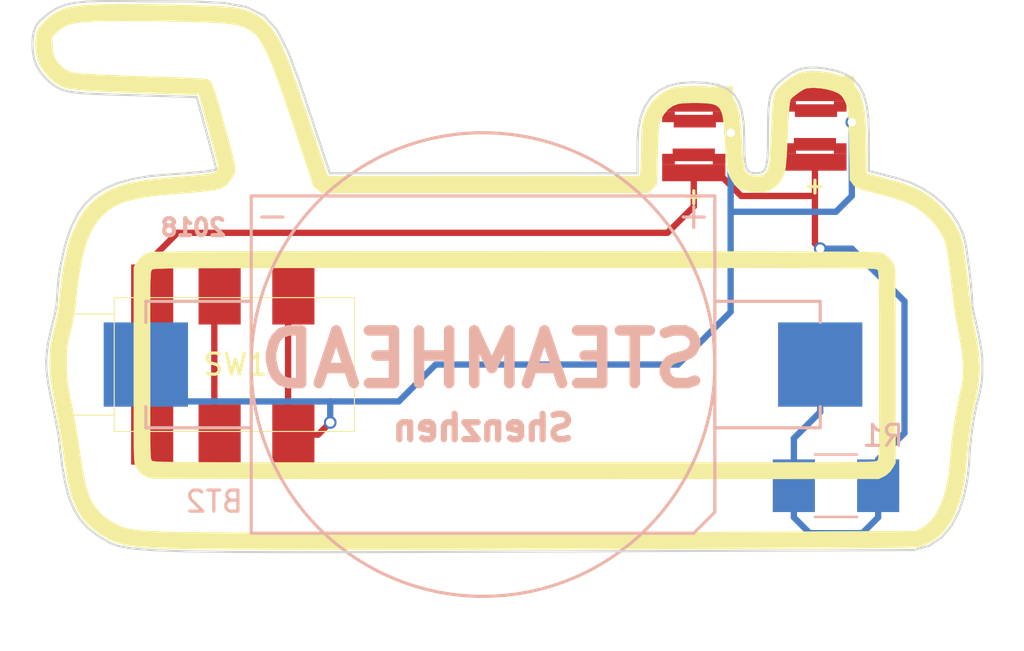
<source format=kicad_pcb>
(kicad_pcb (version 4) (host pcbnew 4.0.7-e2-6376~58~ubuntu16.04.1)

  (general
    (links 11)
    (no_connects 0)
    (area 57.003 35.201525 103.743683 66.275)
    (thickness 1.6)
    (drawings 293)
    (tracks 62)
    (zones 0)
    (modules 6)
    (nets 4)
  )

  (page A4)
  (layers
    (0 F.Cu signal)
    (31 B.Cu signal)
    (32 B.Adhes user)
    (33 F.Adhes user)
    (34 B.Paste user)
    (35 F.Paste user)
    (36 B.SilkS user)
    (37 F.SilkS user)
    (38 B.Mask user)
    (39 F.Mask user)
    (40 Dwgs.User user)
    (41 Cmts.User user)
    (42 Eco1.User user)
    (43 Eco2.User user)
    (44 Edge.Cuts user)
    (45 Margin user)
    (46 B.CrtYd user)
    (47 F.CrtYd user)
    (48 B.Fab user)
    (49 F.Fab user)
  )

  (setup
    (last_trace_width 0.3)
    (trace_clearance 0.15)
    (zone_clearance 0.508)
    (zone_45_only no)
    (trace_min 0.2)
    (segment_width 0.2)
    (edge_width 0.2)
    (via_size 0.6)
    (via_drill 0.4)
    (via_min_size 0.4)
    (via_min_drill 0.3)
    (uvia_size 0.3)
    (uvia_drill 0.1)
    (uvias_allowed no)
    (uvia_min_size 0.2)
    (uvia_min_drill 0.1)
    (pcb_text_width 0.3)
    (pcb_text_size 1.5 1.5)
    (mod_edge_width 0.15)
    (mod_text_size 1 1)
    (mod_text_width 0.15)
    (pad_size 3 1.3)
    (pad_drill 0)
    (pad_to_mask_clearance 0.2)
    (aux_axis_origin 0 0)
    (grid_origin 100 100)
    (visible_elements FFFFFFFF)
    (pcbplotparams
      (layerselection 0x210fc_80000001)
      (usegerberextensions false)
      (excludeedgelayer true)
      (linewidth 0.100000)
      (plotframeref false)
      (viasonmask false)
      (mode 1)
      (useauxorigin false)
      (hpglpennumber 1)
      (hpglpenspeed 20)
      (hpglpendiameter 15)
      (hpglpenoverlay 2)
      (psnegative false)
      (psa4output false)
      (plotreference true)
      (plotvalue true)
      (plotinvisibletext false)
      (padsonsilk false)
      (subtractmaskfromsilk false)
      (outputformat 1)
      (mirror false)
      (drillshape 0)
      (scaleselection 1)
      (outputdirectory Gerber/))
  )

  (net 0 "")
  (net 1 "Net-(BT2-Pad2)")
  (net 2 "Net-(BT2-Pad1)")
  (net 3 "Net-(SW1-Pad2)")

  (net_class Default "This is the default net class."
    (clearance 0.15)
    (trace_width 0.3)
    (via_dia 0.6)
    (via_drill 0.4)
    (uvia_dia 0.3)
    (uvia_drill 0.1)
    (add_net "Net-(BT2-Pad1)")
    (add_net "Net-(BT2-Pad2)")
    (add_net "Net-(SW1-Pad2)")
  )

  (module GaudiLabsFootPrints:CR2032_Holder (layer B.Cu) (tedit 5BB7A871) (tstamp 5BB79A34)
    (at 80 52.5)
    (path /5B5B9C0E)
    (fp_text reference BT2 (at -12.75 6.5) (layer B.SilkS)
      (effects (font (size 1 1) (thickness 0.15)) (justify mirror))
    )
    (fp_text value Battery_Cell (at 0.25 12.75) (layer B.Fab)
      (effects (font (size 1 1) (thickness 0.15)) (justify mirror))
    )
    (fp_line (start -11 8) (end 10 8) (layer B.SilkS) (width 0.15))
    (fp_line (start -11 -8) (end 11 -8) (layer B.SilkS) (width 0.15))
    (fp_line (start -11 8) (end -11 -8) (layer B.SilkS) (width 0.15))
    (fp_line (start 11 7) (end 11 -8) (layer B.SilkS) (width 0.15))
    (fp_line (start 11 7) (end 10 8) (layer B.SilkS) (width 0.15))
    (fp_circle (center 0 0) (end 11 0) (layer B.SilkS) (width 0.15))
    (fp_line (start -16 3) (end -11 3) (layer B.SilkS) (width 0.15))
    (fp_line (start -16 2) (end -16 3) (layer B.SilkS) (width 0.15))
    (fp_line (start -16 -3) (end -11 -3) (layer B.SilkS) (width 0.15))
    (fp_line (start -16 -2) (end -16 -3) (layer B.SilkS) (width 0.15))
    (fp_line (start 16 3) (end 16 2) (layer B.SilkS) (width 0.15))
    (fp_line (start 11 3) (end 16 3) (layer B.SilkS) (width 0.15))
    (fp_line (start 16 -3) (end 11 -3) (layer B.SilkS) (width 0.15))
    (fp_line (start 16 -2) (end 16 -3) (layer B.SilkS) (width 0.15))
    (fp_line (start 10 -6.5) (end 10 -7.5) (layer B.SilkS) (width 0.15))
    (fp_line (start 10.25 -7) (end 10.5 -7) (layer B.SilkS) (width 0.15))
    (fp_line (start 9.5 -7) (end 10.25 -7) (layer B.SilkS) (width 0.15))
    (fp_line (start -10.5 -7) (end -9.5 -7) (layer B.SilkS) (width 0.15))
    (pad 2 smd rect (at -16 0) (size 4 4) (layers B.Cu B.Paste B.Mask)
      (net 1 "Net-(BT2-Pad2)"))
    (pad 1 smd rect (at 16 0) (size 4 4) (layers B.Cu B.Paste B.Mask)
      (net 2 "Net-(BT2-Pad1)"))
  )

  (module Resistors_SMD:R_1210_HandSoldering (layer B.Cu) (tedit 5BB7A1AE) (tstamp 5BB79A5C)
    (at 96.75 58.25 180)
    (descr "Resistor SMD 1210, hand soldering")
    (tags "resistor 1210")
    (path /5B5C1F94)
    (attr smd)
    (fp_text reference R1 (at -2.23 2.37 180) (layer B.SilkS)
      (effects (font (size 1 1) (thickness 0.15)) (justify mirror))
    )
    (fp_text value R (at 0 -2.4 180) (layer B.Fab)
      (effects (font (size 1 1) (thickness 0.15)) (justify mirror))
    )
    (fp_text user %R (at 0 0 180) (layer B.Fab)
      (effects (font (size 0.7 0.7) (thickness 0.105)) (justify mirror))
    )
    (fp_line (start -1.6 -1.25) (end -1.6 1.25) (layer B.Fab) (width 0.1))
    (fp_line (start 1.6 -1.25) (end -1.6 -1.25) (layer B.Fab) (width 0.1))
    (fp_line (start 1.6 1.25) (end 1.6 -1.25) (layer B.Fab) (width 0.1))
    (fp_line (start -1.6 1.25) (end 1.6 1.25) (layer B.Fab) (width 0.1))
    (fp_line (start 1 -1.48) (end -1 -1.48) (layer B.SilkS) (width 0.12))
    (fp_line (start -1 1.48) (end 1 1.48) (layer B.SilkS) (width 0.12))
    (fp_line (start -3.25 1.5) (end 3.25 1.5) (layer B.CrtYd) (width 0.05))
    (fp_line (start -3.25 1.5) (end -3.25 -1.5) (layer B.CrtYd) (width 0.05))
    (fp_line (start 3.25 -1.5) (end 3.25 1.5) (layer B.CrtYd) (width 0.05))
    (fp_line (start 3.25 -1.5) (end -3.25 -1.5) (layer B.CrtYd) (width 0.05))
    (pad 1 smd rect (at -2 0 180) (size 2 2.5) (layers B.Cu B.Paste B.Mask)
      (net 2 "Net-(BT2-Pad1)"))
    (pad 2 smd rect (at 2 0 180) (size 2 2.5) (layers B.Cu B.Paste B.Mask)
      (net 2 "Net-(BT2-Pad1)"))
    (model ${KISYS3DMOD}/Resistors_SMD.3dshapes/R_1210.wrl
      (at (xyz 0 0 0))
      (scale (xyz 1 1 1))
      (rotate (xyz 0 0 0))
    )
  )

  (module GaudiLabsLogos:steamlab (layer F.Cu) (tedit 0) (tstamp 5BB97787)
    (at 81.14 48.34)
    (fp_text reference G*** (at 0 0) (layer F.SilkS) hide
      (effects (font (thickness 0.3)))
    )
    (fp_text value LOGO (at 0.75 0) (layer F.SilkS) hide
      (effects (font (thickness 0.3)))
    )
    (fp_poly (pts (xy -18.109401 -12.948099) (xy -17.715548 -12.945044) (xy -17.264379 -12.939064) (xy -16.746812 -12.930152)
      (xy -16.153764 -12.918307) (xy -16.150167 -12.918231) (xy -15.524958 -12.904676) (xy -14.977712 -12.891561)
      (xy -14.501733 -12.878196) (xy -14.090325 -12.863889) (xy -13.736791 -12.84795) (xy -13.434436 -12.829686)
      (xy -13.176564 -12.808407) (xy -12.956478 -12.783423) (xy -12.767482 -12.754041) (xy -12.602881 -12.71957)
      (xy -12.455977 -12.679321) (xy -12.320076 -12.6326) (xy -12.188481 -12.578719) (xy -12.054495 -12.516984)
      (xy -11.998293 -12.489722) (xy -11.746477 -12.347426) (xy -11.51601 -12.174591) (xy -11.302074 -11.964082)
      (xy -11.099846 -11.708766) (xy -10.904508 -11.401509) (xy -10.711238 -11.035179) (xy -10.515216 -10.60264)
      (xy -10.311622 -10.096761) (xy -10.223793 -9.863667) (xy -10.162893 -9.695287) (xy -10.078881 -9.456967)
      (xy -9.975327 -9.159118) (xy -9.855799 -8.812153) (xy -9.723868 -8.426483) (xy -9.583103 -8.012522)
      (xy -9.437074 -7.58068) (xy -9.28935 -7.14137) (xy -9.24052 -6.995584) (xy -8.500413 -4.783667)
      (xy 6.302479 -4.783667) (xy 6.324919 -4.963584) (xy 6.331925 -5.05618) (xy 6.339502 -5.219185)
      (xy 6.347185 -5.438349) (xy 6.354512 -5.699419) (xy 6.361017 -5.988145) (xy 6.364532 -6.180667)
      (xy 6.370421 -6.50832) (xy 6.376736 -6.764767) (xy 6.384719 -6.963465) (xy 6.395609 -7.117872)
      (xy 6.410648 -7.241443) (xy 6.431076 -7.347635) (xy 6.458133 -7.449907) (xy 6.491371 -7.5565)
      (xy 6.659503 -7.957422) (xy 6.883755 -8.303378) (xy 7.158386 -8.589113) (xy 7.477654 -8.809374)
      (xy 7.835818 -8.958906) (xy 8.085667 -9.015513) (xy 8.292974 -9.038212) (xy 8.552884 -9.052062)
      (xy 8.842361 -9.05729) (xy 9.138368 -9.054126) (xy 9.417871 -9.042796) (xy 9.657835 -9.023531)
      (xy 9.827428 -8.998249) (xy 10.176469 -8.895385) (xy 10.460156 -8.745333) (xy 10.684317 -8.541941)
      (xy 10.85478 -8.279062) (xy 10.977372 -7.950546) (xy 11.028115 -7.731299) (xy 11.04845 -7.594989)
      (xy 11.071456 -7.390443) (xy 11.095662 -7.133994) (xy 11.1196 -6.841969) (xy 11.141801 -6.530701)
      (xy 11.15473 -6.32365) (xy 11.180441 -5.92454) (xy 11.206306 -5.599355) (xy 11.232042 -5.350894)
      (xy 11.257366 -5.181953) (xy 11.278072 -5.10364) (xy 11.36761 -4.956298) (xy 11.497879 -4.862195)
      (xy 11.682304 -4.814423) (xy 11.858644 -4.804834) (xy 12.021768 -4.809474) (xy 12.128263 -4.828224)
      (xy 12.20589 -4.868328) (xy 12.252154 -4.907524) (xy 12.311868 -4.9731) (xy 12.359091 -5.052155)
      (xy 12.396097 -5.156214) (xy 12.425158 -5.296804) (xy 12.448549 -5.48545) (xy 12.468542 -5.733676)
      (xy 12.487413 -6.05301) (xy 12.490774 -6.117167) (xy 12.507704 -6.444721) (xy 12.526781 -6.813914)
      (xy 12.546144 -7.188722) (xy 12.563931 -7.533122) (xy 12.571695 -7.6835) (xy 12.592262 -8.023289)
      (xy 12.617086 -8.29176) (xy 12.649698 -8.502262) (xy 12.693623 -8.668141) (xy 12.752389 -8.802743)
      (xy 12.829525 -8.919417) (xy 12.927769 -9.030696) (xy 13.119609 -9.203573) (xy 13.357418 -9.382169)
      (xy 13.607644 -9.543133) (xy 13.835809 -9.662701) (xy 14.074124 -9.733976) (xy 14.37069 -9.768311)
      (xy 14.708155 -9.766887) (xy 15.069171 -9.730881) (xy 15.436388 -9.661474) (xy 15.792456 -9.559846)
      (xy 15.896167 -9.522624) (xy 16.10965 -9.410259) (xy 16.32959 -9.241131) (xy 16.532345 -9.037616)
      (xy 16.694271 -8.822088) (xy 16.756481 -8.708436) (xy 16.83311 -8.510663) (xy 16.897375 -8.270674)
      (xy 16.94991 -7.982254) (xy 16.99135 -7.639188) (xy 17.02233 -7.235261) (xy 17.043484 -6.764259)
      (xy 17.055448 -6.219967) (xy 17.058794 -5.747933) (xy 17.060333 -4.913032) (xy 17.282583 -4.850914)
      (xy 17.407693 -4.816815) (xy 17.591632 -4.767783) (xy 17.811224 -4.709948) (xy 18.043296 -4.649441)
      (xy 18.082003 -4.639413) (xy 18.600455 -4.494072) (xy 19.048051 -4.342235) (xy 19.438596 -4.176539)
      (xy 19.785897 -3.989623) (xy 20.103759 -3.774126) (xy 20.405989 -3.522687) (xy 20.682581 -3.252793)
      (xy 21.02211 -2.858346) (xy 21.29522 -2.451775) (xy 21.496122 -2.042864) (xy 21.609047 -1.68687)
      (xy 21.645725 -1.501979) (xy 21.688221 -1.242387) (xy 21.735242 -0.917761) (xy 21.785496 -0.53777)
      (xy 21.837693 -0.112079) (xy 21.89054 0.349644) (xy 21.929907 0.714538) (xy 21.96898 1.041635)
      (xy 22.021328 1.416435) (xy 22.08162 1.804047) (xy 22.144524 2.169575) (xy 22.183798 2.376347)
      (xy 22.284974 2.914678) (xy 22.359232 3.388904) (xy 22.40679 3.815121) (xy 22.427864 4.209425)
      (xy 22.422674 4.587911) (xy 22.391436 4.966674) (xy 22.334367 5.361811) (xy 22.251685 5.789418)
      (xy 22.231201 5.884333) (xy 22.112291 6.46171) (xy 22.015097 7.015577) (xy 21.935444 7.5745)
      (xy 21.869156 8.16705) (xy 21.824083 8.67051) (xy 21.773998 9.198644) (xy 21.714684 9.656523)
      (xy 21.64367 10.058285) (xy 21.558487 10.418072) (xy 21.465312 10.724659) (xy 21.260685 11.245918)
      (xy 21.023714 11.691074) (xy 20.751478 12.063415) (xy 20.441057 12.36623) (xy 20.08953 12.602806)
      (xy 19.693977 12.776431) (xy 19.6215 12.800124) (xy 19.591958 12.807262) (xy 19.548565 12.813946)
      (xy 19.488217 12.820207) (xy 19.407805 12.826078) (xy 19.304225 12.83159) (xy 19.17437 12.836778)
      (xy 19.015134 12.841672) (xy 18.823411 12.846305) (xy 18.596094 12.85071) (xy 18.330078 12.854918)
      (xy 18.022255 12.858963) (xy 17.669522 12.862877) (xy 17.26877 12.866691) (xy 16.816893 12.870439)
      (xy 16.310787 12.874153) (xy 15.747344 12.877864) (xy 15.123458 12.881606) (xy 14.436023 12.885411)
      (xy 13.681933 12.889311) (xy 12.858082 12.893338) (xy 11.961364 12.897525) (xy 10.988672 12.901904)
      (xy 9.936901 12.906508) (xy 9.038167 12.910367) (xy 7.691976 12.915882) (xy 6.350887 12.920934)
      (xy 5.018189 12.925523) (xy 3.697167 12.92965) (xy 2.391111 12.933314) (xy 1.103306 12.936517)
      (xy -0.162959 12.939257) (xy -1.404398 12.941536) (xy -2.617722 12.943353) (xy -3.799644 12.944709)
      (xy -4.946877 12.945604) (xy -6.056133 12.946038) (xy -7.124125 12.946011) (xy -8.147566 12.945525)
      (xy -9.123167 12.944578) (xy -10.047642 12.943171) (xy -10.917704 12.941305) (xy -11.730063 12.938979)
      (xy -12.481435 12.936194) (xy -13.16853 12.93295) (xy -13.788061 12.929247) (xy -14.336741 12.925086)
      (xy -14.811283 12.920466) (xy -15.208399 12.915388) (xy -15.524801 12.909853) (xy -15.578667 12.908678)
      (xy -16.141421 12.893901) (xy -16.628112 12.876221) (xy -17.047325 12.854492) (xy -17.407646 12.827569)
      (xy -17.717659 12.794303) (xy -17.985951 12.75355) (xy -18.221106 12.704161) (xy -18.43171 12.644992)
      (xy -18.626348 12.574894) (xy -18.813606 12.492722) (xy -18.8595 12.470538) (xy -19.317705 12.209674)
      (xy -19.71776 11.907986) (xy -20.052265 11.572181) (xy -20.313815 11.208966) (xy -20.376946 11.095661)
      (xy -20.48179 10.882693) (xy -20.573843 10.6674) (xy -20.65577 10.439132) (xy -20.730241 10.187242)
      (xy -20.799922 9.901082) (xy -20.867481 9.570004) (xy -20.935587 9.18336) (xy -21.006905 8.730501)
      (xy -21.060137 8.368624) (xy -21.112304 8.023855) (xy -21.177126 7.623021) (xy -21.249998 7.192946)
      (xy -21.326322 6.760455) (xy -21.401494 6.352373) (xy -21.443723 6.132479) (xy -21.546092 5.583916)
      (xy -21.623759 5.102884) (xy -21.677034 4.676025) (xy -21.706222 4.289981) (xy -21.711632 3.931394)
      (xy -21.69357 3.586905) (xy -21.652344 3.243157) (xy -21.58826 2.886791) (xy -21.524931 2.601289)
      (xy -21.451285 2.281968) (xy -21.392072 2.003367) (xy -21.343345 1.741906) (xy -21.30116 1.474002)
      (xy -21.261571 1.176075) (xy -21.220631 0.824543) (xy -21.207201 0.702396) (xy -21.131421 0.073188)
      (xy -21.048053 -0.482534) (xy -20.954357 -0.975813) (xy -20.847595 -1.417689) (xy -20.725028 -1.819206)
      (xy -20.583918 -2.191404) (xy -20.421525 -2.545327) (xy -20.382714 -2.621751) (xy -20.104513 -3.078294)
      (xy -19.77276 -3.472283) (xy -19.384874 -3.805677) (xy -18.93827 -4.080438) (xy -18.430365 -4.298524)
      (xy -18.003042 -4.427248) (xy -17.75929 -4.484281) (xy -17.49732 -4.535249) (xy -17.205526 -4.58171)
      (xy -16.872301 -4.62522) (xy -16.48604 -4.667337) (xy -16.035136 -4.709617) (xy -15.663333 -4.741084)
      (xy -15.219832 -4.778096) (xy -14.853186 -4.810716) (xy -14.555766 -4.840045) (xy -14.319938 -4.86718)
      (xy -14.138072 -4.893221) (xy -14.002534 -4.919267) (xy -13.905695 -4.946416) (xy -13.83992 -4.975767)
      (xy -13.79758 -5.00842) (xy -13.796138 -5.009947) (xy -13.735551 -5.105457) (xy -13.716211 -5.183233)
      (xy -13.727923 -5.263037) (xy -13.761984 -5.419019) (xy -13.81707 -5.646066) (xy -13.891859 -5.939066)
      (xy -13.985026 -6.292907) (xy -14.09525 -6.702475) (xy -14.221205 -7.162659) (xy -14.332043 -7.562504)
      (xy -14.408776 -7.841517) (xy -14.477169 -8.097127) (xy -14.53403 -8.316829) (xy -14.576164 -8.48812)
      (xy -14.60038 -8.598494) (xy -14.605 -8.63142) (xy -14.633124 -8.705888) (xy -14.679083 -8.720019)
      (xy -14.728105 -8.713027) (xy -14.697776 -8.683637) (xy -14.689667 -8.678334) (xy -14.672262 -8.666484)
      (xy -14.664213 -8.656732) (xy -14.671985 -8.64914) (xy -14.702045 -8.643771) (xy -14.760859 -8.640688)
      (xy -14.854894 -8.639952) (xy -14.990615 -8.641627) (xy -15.17449 -8.645775) (xy -15.412984 -8.652459)
      (xy -15.712564 -8.661741) (xy -16.079696 -8.673684) (xy -16.520846 -8.68835) (xy -16.844719 -8.699184)
      (xy -17.526486 -8.722526) (xy -18.129228 -8.744473) (xy -18.658565 -8.765519) (xy -19.120115 -8.786158)
      (xy -19.5195 -8.806884) (xy -19.86234 -8.828191) (xy -20.154254 -8.850574) (xy -20.400862 -8.874525)
      (xy -20.607785 -8.90054) (xy -20.780642 -8.929113) (xy -20.925053 -8.960736) (xy -21.046639 -8.995904)
      (xy -21.151019 -9.035112) (xy -21.243813 -9.078853) (xy -21.259782 -9.08728) (xy -21.461824 -9.22141)
      (xy -21.676193 -9.406452) (xy -21.880199 -9.619066) (xy -22.051151 -9.835916) (xy -22.153916 -10.006937)
      (xy -22.275984 -10.321776) (xy -22.353481 -10.662463) (xy -22.384912 -11.007397) (xy -22.368777 -11.334982)
      (xy -22.354896 -11.396439) (xy -21.568833 -11.396439) (xy -21.566596 -11.021637) (xy -21.548224 -10.728681)
      (xy -21.491064 -10.489915) (xy -21.386171 -10.280293) (xy -21.230846 -10.08166) (xy -21.024796 -9.887838)
      (xy -20.812234 -9.763149) (xy -20.589207 -9.697218) (xy -20.437046 -9.675493) (xy -20.208127 -9.653573)
      (xy -19.901388 -9.631404) (xy -19.515765 -9.608931) (xy -19.050193 -9.5861) (xy -18.50361 -9.562856)
      (xy -17.874952 -9.539143) (xy -17.163155 -9.514909) (xy -16.8275 -9.504196) (xy -16.290011 -9.487171)
      (xy -15.830701 -9.472075) (xy -15.443114 -9.458472) (xy -15.120796 -9.445928) (xy -14.857292 -9.434006)
      (xy -14.646146 -9.42227) (xy -14.480904 -9.410284) (xy -14.355111 -9.397614) (xy -14.262311 -9.383822)
      (xy -14.19605 -9.368474) (xy -14.149873 -9.351133) (xy -14.117325 -9.331363) (xy -14.104031 -9.32033)
      (xy -14.050503 -9.251528) (xy -13.989701 -9.132537) (xy -13.919636 -8.957685) (xy -13.838321 -8.721297)
      (xy -13.743769 -8.4177) (xy -13.633994 -8.04122) (xy -13.545519 -7.725834) (xy -13.396769 -7.186466)
      (xy -13.270423 -6.722521) (xy -13.1651 -6.328165) (xy -13.079424 -5.997562) (xy -13.012015 -5.724878)
      (xy -12.961497 -5.504278) (xy -12.926491 -5.329927) (xy -12.90562 -5.195989) (xy -12.897504 -5.09663)
      (xy -12.900766 -5.026015) (xy -12.903885 -5.008993) (xy -12.981085 -4.798091) (xy -13.109226 -4.58603)
      (xy -13.269483 -4.396868) (xy -13.443032 -4.254661) (xy -13.530734 -4.207907) (xy -13.624128 -4.175248)
      (xy -13.749187 -4.144235) (xy -13.912812 -4.114019) (xy -14.121907 -4.083755) (xy -14.383372 -4.052593)
      (xy -14.704112 -4.019687) (xy -15.091028 -3.984189) (xy -15.551022 -3.945252) (xy -15.897318 -3.917311)
      (xy -16.489533 -3.86363) (xy -17.005603 -3.801495) (xy -17.453843 -3.728345) (xy -17.842568 -3.64162)
      (xy -18.180093 -3.538758) (xy -18.474734 -3.417199) (xy -18.734808 -3.274381) (xy -18.968628 -3.107743)
      (xy -19.184511 -2.914725) (xy -19.198829 -2.900496) (xy -19.421778 -2.647055) (xy -19.619472 -2.355145)
      (xy -19.793858 -2.01871) (xy -19.946887 -1.63169) (xy -20.080505 -1.18803) (xy -20.196663 -0.68167)
      (xy -20.297309 -0.106554) (xy -20.384391 0.543377) (xy -20.424677 0.910166) (xy -20.456662 1.210897)
      (xy -20.486667 1.461208) (xy -20.518552 1.683491) (xy -20.556177 1.900138) (xy -20.6034 2.13354)
      (xy -20.664083 2.40609) (xy -20.734803 2.709333) (xy -20.790646 2.949897) (xy -20.831087 3.141009)
      (xy -20.858543 3.305215) (xy -20.875434 3.465059) (xy -20.884179 3.643087) (xy -20.887196 3.861842)
      (xy -20.886962 4.1275) (xy -20.885769 4.351846) (xy -20.882674 4.538511) (xy -20.875839 4.702433)
      (xy -20.863426 4.858552) (xy -20.843597 5.021805) (xy -20.814515 5.20713) (xy -20.774341 5.429467)
      (xy -20.721239 5.703754) (xy -20.653369 6.044929) (xy -20.647392 6.074833) (xy -20.577601 6.433176)
      (xy -20.506999 6.812252) (xy -20.439434 7.19021) (xy -20.378749 7.545198) (xy -20.328791 7.855366)
      (xy -20.300968 8.043333) (xy -20.224685 8.570531) (xy -20.153173 9.022356) (xy -20.084289 9.40782)
      (xy -20.015891 9.735934) (xy -19.945837 10.015709) (xy -19.871982 10.256157) (xy -19.792185 10.466289)
      (xy -19.704304 10.655115) (xy -19.660275 10.737841) (xy -19.471368 11.009536) (xy -19.217682 11.272565)
      (xy -18.918881 11.512155) (xy -18.594635 11.713536) (xy -18.264608 11.861937) (xy -18.094332 11.913994)
      (xy -17.875037 11.959947) (xy -17.60822 11.999246) (xy -17.28669 12.032496) (xy -16.903255 12.060303)
      (xy -16.450724 12.083272) (xy -15.921906 12.102011) (xy -15.832667 12.104575) (xy -15.604729 12.109596)
      (xy -15.295796 12.114251) (xy -14.909541 12.118542) (xy -14.449633 12.122467) (xy -13.919746 12.126028)
      (xy -13.32355 12.129225) (xy -12.664716 12.132056) (xy -11.946916 12.134523) (xy -11.173822 12.136625)
      (xy -10.349105 12.138362) (xy -9.476436 12.139734) (xy -8.559487 12.140742) (xy -7.601928 12.141385)
      (xy -6.607433 12.141664) (xy -5.579671 12.141577) (xy -4.522314 12.141126) (xy -3.439035 12.14031)
      (xy -2.333503 12.13913) (xy -1.209391 12.137585) (xy -0.070371 12.135675) (xy 1.079888 12.1334)
      (xy 2.237712 12.130761) (xy 3.399432 12.127757) (xy 4.561374 12.124389) (xy 5.719869 12.120656)
      (xy 6.871244 12.116558) (xy 8.011828 12.112096) (xy 9.13795 12.107269) (xy 9.736667 12.104521)
      (xy 19.3675 12.059249) (xy 19.612272 11.949901) (xy 19.88776 11.78174) (xy 20.139205 11.536868)
      (xy 20.364374 11.220387) (xy 20.561033 10.837397) (xy 20.726945 10.392997) (xy 20.859877 9.892289)
      (xy 20.957594 9.340372) (xy 21.017861 8.742347) (xy 21.017895 8.741833) (xy 21.059421 8.198566)
      (xy 21.111583 7.687738) (xy 21.177754 7.18604) (xy 21.261305 6.670159) (xy 21.365608 6.116785)
      (xy 21.47103 5.609166) (xy 21.530572 5.329543) (xy 21.574153 5.112953) (xy 21.603805 4.939694)
      (xy 21.621557 4.790064) (xy 21.629439 4.644364) (xy 21.629482 4.482892) (xy 21.623717 4.285946)
      (xy 21.619357 4.169773) (xy 21.600435 3.832963) (xy 21.568231 3.51035) (xy 21.518853 3.170465)
      (xy 21.448413 2.78184) (xy 21.446649 2.772773) (xy 21.379063 2.424719) (xy 21.325073 2.14194)
      (xy 21.281962 1.906631) (xy 21.247014 1.700986) (xy 21.217511 1.507201) (xy 21.190736 1.307469)
      (xy 21.163973 1.083987) (xy 21.134504 0.818948) (xy 21.101051 0.508) (xy 21.045788 0.005546)
      (xy 20.995348 -0.420433) (xy 20.948376 -0.777905) (xy 20.903517 -1.074836) (xy 20.859415 -1.319193)
      (xy 20.814716 -1.518942) (xy 20.768064 -1.68205) (xy 20.718105 -1.816484) (xy 20.697948 -1.861757)
      (xy 20.483492 -2.236295) (xy 20.200528 -2.600059) (xy 19.865005 -2.9363) (xy 19.492869 -3.228265)
      (xy 19.255141 -3.377217) (xy 19.001487 -3.501125) (xy 18.671595 -3.627869) (xy 18.262845 -3.758349)
      (xy 17.772616 -3.893468) (xy 17.695333 -3.913315) (xy 17.357474 -3.999707) (xy 17.091596 -4.069323)
      (xy 16.887576 -4.126055) (xy 16.73529 -4.173798) (xy 16.624613 -4.216442) (xy 16.545422 -4.257881)
      (xy 16.487594 -4.302008) (xy 16.441003 -4.352716) (xy 16.396301 -4.412812) (xy 16.267621 -4.593167)
      (xy 16.243069 -6.096) (xy 16.234574 -6.559283) (xy 16.224949 -6.946928) (xy 16.213276 -7.267966)
      (xy 16.198638 -7.531425) (xy 16.180117 -7.746336) (xy 16.156794 -7.921728) (xy 16.127753 -8.06663)
      (xy 16.092075 -8.190072) (xy 16.048842 -8.301084) (xy 16.010716 -8.382) (xy 15.920315 -8.536811)
      (xy 15.818717 -8.642672) (xy 15.683504 -8.728022) (xy 15.455729 -8.823077) (xy 15.174568 -8.89906)
      (xy 14.870273 -8.950053) (xy 14.573096 -8.970136) (xy 14.457317 -8.967913) (xy 14.299503 -8.956723)
      (xy 14.182075 -8.934928) (xy 14.075261 -8.891714) (xy 13.949293 -8.816272) (xy 13.843041 -8.744831)
      (xy 13.695215 -8.637414) (xy 13.569069 -8.534167) (xy 13.486127 -8.453073) (xy 13.472688 -8.43545)
      (xy 13.454661 -8.401579) (xy 13.438648 -8.353869) (xy 13.424084 -8.285165) (xy 13.410405 -8.188311)
      (xy 13.397046 -8.056152) (xy 13.383443 -7.881533) (xy 13.369032 -7.657297) (xy 13.353247 -7.376289)
      (xy 13.335524 -7.031353) (xy 13.315299 -6.615334) (xy 13.294791 -6.180667) (xy 13.279141 -5.894006)
      (xy 13.260069 -5.620135) (xy 13.239073 -5.376054) (xy 13.217652 -5.17876) (xy 13.197302 -5.045251)
      (xy 13.193015 -5.025697) (xy 13.084675 -4.724709) (xy 12.91987 -4.461345) (xy 12.71005 -4.248739)
      (xy 12.466663 -4.100026) (xy 12.34897 -4.057373) (xy 12.217664 -4.032239) (xy 12.038559 -4.014021)
      (xy 11.84846 -4.006355) (xy 11.832167 -4.006307) (xy 11.472198 -4.035241) (xy 11.169876 -4.123676)
      (xy 10.919665 -4.274748) (xy 10.716033 -4.491596) (xy 10.582881 -4.714669) (xy 10.539252 -4.809752)
      (xy 10.502696 -4.908178) (xy 10.471913 -5.01978) (xy 10.445602 -5.154389) (xy 10.422462 -5.321838)
      (xy 10.401194 -5.531959) (xy 10.380495 -5.794584) (xy 10.359066 -6.119546) (xy 10.335607 -6.516676)
      (xy 10.328935 -6.634353) (xy 10.302782 -7.033) (xy 10.271512 -7.355741) (xy 10.231611 -7.611321)
      (xy 10.179565 -7.808485) (xy 10.111861 -7.955978) (xy 10.024984 -8.062546) (xy 9.915421 -8.136934)
      (xy 9.779658 -8.187887) (xy 9.696537 -8.20824) (xy 9.541369 -8.229852) (xy 9.325359 -8.244526)
      (xy 9.07194 -8.252256) (xy 8.804546 -8.253032) (xy 8.546611 -8.246846) (xy 8.321567 -8.233692)
      (xy 8.152849 -8.213561) (xy 8.128264 -8.208769) (xy 7.868706 -8.111239) (xy 7.635048 -7.941166)
      (xy 7.438133 -7.709325) (xy 7.288805 -7.426489) (xy 7.258744 -7.344834) (xy 7.237559 -7.267193)
      (xy 7.219527 -7.164464) (xy 7.204007 -7.027419) (xy 7.19036 -6.846835) (xy 7.177946 -6.613485)
      (xy 7.166125 -6.318143) (xy 7.154256 -5.951586) (xy 7.148637 -5.757705) (xy 7.109866 -4.382242)
      (xy 6.713016 -3.979334) (xy -8.793158 -3.979334) (xy -8.987261 -4.127542) (xy -9.181364 -4.275751)
      (xy -9.822361 -6.211913) (xy -10.07506 -6.972563) (xy -10.304557 -7.656808) (xy -10.512841 -8.269074)
      (xy -10.701898 -8.813791) (xy -10.873715 -9.295385) (xy -11.030279 -9.718285) (xy -11.173579 -10.086918)
      (xy -11.305599 -10.405711) (xy -11.428329 -10.679093) (xy -11.543755 -10.911491) (xy -11.653863 -11.107333)
      (xy -11.760642 -11.271047) (xy -11.866078 -11.40706) (xy -11.972158 -11.5198) (xy -12.08087 -11.613695)
      (xy -12.194201 -11.693172) (xy -12.313277 -11.762201) (xy -12.474037 -11.838939) (xy -12.646402 -11.900969)
      (xy -12.842908 -11.950477) (xy -13.076093 -11.989646) (xy -13.358493 -12.02066) (xy -13.702645 -12.045704)
      (xy -14.042321 -12.063436) (xy -14.414629 -12.07856) (xy -14.834364 -12.092211) (xy -15.291141 -12.104299)
      (xy -15.774577 -12.114737) (xy -16.274287 -12.123435) (xy -16.779888 -12.130305) (xy -17.280996 -12.135258)
      (xy -17.767226 -12.138205) (xy -18.228195 -12.139059) (xy -18.65352 -12.137729) (xy -19.032815 -12.134127)
      (xy -19.355697 -12.128165) (xy -19.611782 -12.119755) (xy -19.7485 -12.112167) (xy -20.107778 -12.082956)
      (xy -20.396717 -12.049276) (xy -20.629645 -12.006565) (xy -20.82089 -11.950264) (xy -20.984781 -11.875809)
      (xy -21.135645 -11.778641) (xy -21.28781 -11.654197) (xy -21.342538 -11.604725) (xy -21.568833 -11.396439)
      (xy -22.354896 -11.396439) (xy -22.30358 -11.623617) (xy -22.27167 -11.705224) (xy -22.165279 -11.881114)
      (xy -22.001234 -12.074717) (xy -21.798588 -12.267904) (xy -21.57639 -12.442546) (xy -21.353694 -12.580512)
      (xy -21.349658 -12.58262) (xy -21.175711 -12.665498) (xy -20.996911 -12.732639) (xy -20.800122 -12.786487)
      (xy -20.57221 -12.829482) (xy -20.300037 -12.864067) (xy -19.970468 -12.892682) (xy -19.570368 -12.917771)
      (xy -19.536833 -12.919596) (xy -19.293315 -12.931121) (xy -19.037896 -12.939737) (xy -18.761492 -12.945441)
      (xy -18.455022 -12.94823) (xy -18.109401 -12.948099)) (layer F.SilkS) (width 0.01))
    (fp_poly (pts (xy -3.557242 -1.219227) (xy -2.105401 -1.218755) (xy -0.583926 -1.218035) (xy 0.508642 -1.217392)
      (xy 1.943536 -1.216476) (xy 3.296214 -1.215594) (xy 4.569126 -1.214732) (xy 5.764723 -1.213878)
      (xy 6.885455 -1.213018) (xy 7.933773 -1.21214) (xy 8.912126 -1.211229) (xy 9.822966 -1.210273)
      (xy 10.668743 -1.209259) (xy 11.451907 -1.208174) (xy 12.174909 -1.207004) (xy 12.840199 -1.205737)
      (xy 13.450227 -1.204358) (xy 14.007445 -1.202856) (xy 14.514303 -1.201217) (xy 14.97325 -1.199428)
      (xy 15.386738 -1.197475) (xy 15.757216 -1.195346) (xy 16.087136 -1.193027) (xy 16.378948 -1.190506)
      (xy 16.635102 -1.187769) (xy 16.858048 -1.184802) (xy 17.050238 -1.181594) (xy 17.214121 -1.178131)
      (xy 17.352148 -1.174399) (xy 17.466769 -1.170386) (xy 17.560435 -1.166078) (xy 17.635597 -1.161462)
      (xy 17.694704 -1.156525) (xy 17.740207 -1.151255) (xy 17.774557 -1.145637) (xy 17.800204 -1.139659)
      (xy 17.819599 -1.133308) (xy 17.835191 -1.12657) (xy 17.839411 -1.124512) (xy 18.072519 -0.966747)
      (xy 18.267232 -0.753393) (xy 18.354178 -0.609745) (xy 18.367027 -0.581753) (xy 18.378459 -0.549311)
      (xy 18.388557 -0.50758) (xy 18.397404 -0.45172) (xy 18.405083 -0.376891) (xy 18.411675 -0.278256)
      (xy 18.417264 -0.150975) (xy 18.421933 0.009791) (xy 18.425764 0.208881) (xy 18.428839 0.451134)
      (xy 18.431241 0.74139) (xy 18.433053 1.084487) (xy 18.434358 1.485264) (xy 18.435238 1.948561)
      (xy 18.435776 2.479216) (xy 18.436055 3.082069) (xy 18.436156 3.761958) (xy 18.436167 4.191)
      (xy 18.436167 8.8265) (xy 18.34527 8.995833) (xy 18.183829 9.235804) (xy 17.98681 9.410134)
      (xy 17.832603 9.495768) (xy 17.631833 9.5885) (xy 0.465667 9.5946) (xy -0.736836 9.594941)
      (xy -1.918501 9.595107) (xy -3.076475 9.595103) (xy -4.207905 9.594932) (xy -5.309937 9.594601)
      (xy -6.379718 9.594113) (xy -7.414395 9.593473) (xy -8.411115 9.592687) (xy -9.367023 9.591759)
      (xy -10.279268 9.590693) (xy -11.144996 9.589495) (xy -11.961352 9.58817) (xy -12.725485 9.586721)
      (xy -13.434541 9.585154) (xy -14.085666 9.583474) (xy -14.676008 9.581685) (xy -15.202713 9.579792)
      (xy -15.662927 9.577801) (xy -16.053798 9.575715) (xy -16.372472 9.573539) (xy -16.616096 9.571278)
      (xy -16.781817 9.568938) (xy -16.866781 9.566522) (xy -16.877183 9.56561) (xy -17.160554 9.470872)
      (xy -17.391941 9.309337) (xy -17.571875 9.080587) (xy -17.62747 8.974666) (xy -17.641439 8.943873)
      (xy -17.653865 8.911456) (xy -17.664838 8.872538) (xy -17.674448 8.822244) (xy -17.682785 8.755697)
      (xy -17.689941 8.66802) (xy -17.696005 8.554338) (xy -17.701068 8.409775) (xy -17.70522 8.229454)
      (xy -17.708551 8.0085) (xy -17.711152 7.742035) (xy -17.713113 7.425184) (xy -17.714524 7.053071)
      (xy -17.715476 6.620819) (xy -17.71606 6.123552) (xy -17.716364 5.556394) (xy -17.716481 4.91447)
      (xy -17.7165 4.192902) (xy -17.7165 4.191) (xy -16.933333 4.191) (xy -16.933308 4.900974)
      (xy -16.93317 5.531144) (xy -16.93283 6.086371) (xy -16.932196 6.571516) (xy -16.931178 6.991443)
      (xy -16.929684 7.351012) (xy -16.927623 7.655086) (xy -16.924906 7.908526) (xy -16.921441 8.116195)
      (xy -16.917137 8.282954) (xy -16.911903 8.413665) (xy -16.905648 8.51319) (xy -16.898282 8.58639)
      (xy -16.889713 8.638129) (xy -16.879851 8.673267) (xy -16.868605 8.696666) (xy -16.855884 8.713189)
      (xy -16.848667 8.720666) (xy -16.841037 8.72775) (xy -16.831102 8.734428) (xy -16.81642 8.740711)
      (xy -16.794549 8.746611) (xy -16.763044 8.752141) (xy -16.719465 8.757313) (xy -16.661369 8.762138)
      (xy -16.586312 8.766628) (xy -16.491853 8.770796) (xy -16.375549 8.774653) (xy -16.234958 8.778212)
      (xy -16.067636 8.781484) (xy -15.871142 8.784482) (xy -15.643033 8.787218) (xy -15.380866 8.789703)
      (xy -15.0822 8.79195) (xy -14.74459 8.793971) (xy -14.365596 8.795777) (xy -13.942773 8.797381)
      (xy -13.473681 8.798794) (xy -12.955876 8.800029) (xy -12.386915 8.801098) (xy -11.764357 8.802013)
      (xy -11.085759 8.802786) (xy -10.348678 8.803428) (xy -9.550671 8.803952) (xy -8.689297 8.80437)
      (xy -7.762112 8.804694) (xy -6.766675 8.804935) (xy -5.700542 8.805107) (xy -4.561271 8.80522)
      (xy -3.346419 8.805287) (xy -2.053545 8.805321) (xy -0.680206 8.805332) (xy 0.359833 8.805333)
      (xy 1.792623 8.80533) (xy 3.143188 8.805314) (xy 4.413972 8.805273) (xy 5.607416 8.805194)
      (xy 6.725964 8.805065) (xy 7.772058 8.804875) (xy 8.74814 8.804612) (xy 9.656654 8.804263)
      (xy 10.50004 8.803816) (xy 11.280743 8.80326) (xy 12.001205 8.802583) (xy 12.663867 8.801772)
      (xy 13.271173 8.800815) (xy 13.825565 8.799701) (xy 14.329486 8.798417) (xy 14.785377 8.796951)
      (xy 15.195683 8.795292) (xy 15.562845 8.793427) (xy 15.889305 8.791344) (xy 16.177506 8.789032)
      (xy 16.429892 8.786478) (xy 16.648903 8.78367) (xy 16.836984 8.780596) (xy 16.996575 8.777245)
      (xy 17.130121 8.773604) (xy 17.240062 8.769661) (xy 17.328843 8.765404) (xy 17.398905 8.760821)
      (xy 17.452691 8.7559) (xy 17.492643 8.75063) (xy 17.521204 8.744997) (xy 17.540817 8.738991)
      (xy 17.553924 8.732599) (xy 17.562967 8.725809) (xy 17.568333 8.720666) (xy 17.581856 8.705796)
      (xy 17.593857 8.686575) (xy 17.604426 8.658139) (xy 17.613655 8.615627) (xy 17.621634 8.554177)
      (xy 17.628454 8.468927) (xy 17.634207 8.355016) (xy 17.638983 8.207582) (xy 17.642872 8.021762)
      (xy 17.645967 7.792695) (xy 17.648357 7.515519) (xy 17.650133 7.185372) (xy 17.651387 6.797393)
      (xy 17.65221 6.346718) (xy 17.652691 5.828487) (xy 17.652922 5.237838) (xy 17.652995 4.569908)
      (xy 17.653 4.191) (xy 17.652974 3.481025) (xy 17.652837 2.850855) (xy 17.652496 2.295628)
      (xy 17.651862 1.810483) (xy 17.650844 1.390556) (xy 17.64935 1.030987) (xy 17.64729 0.726913)
      (xy 17.644573 0.473473) (xy 17.641107 0.265804) (xy 17.636803 0.099045) (xy 17.631569 -0.031666)
      (xy 17.625314 -0.131191) (xy 17.617948 -0.204391) (xy 17.609379 -0.25613) (xy 17.599518 -0.291268)
      (xy 17.588271 -0.314667) (xy 17.57555 -0.33119) (xy 17.568333 -0.338667) (xy 17.560703 -0.345751)
      (xy 17.550769 -0.352429) (xy 17.536087 -0.358712) (xy 17.514215 -0.364612) (xy 17.482711 -0.370142)
      (xy 17.439132 -0.375314) (xy 17.381035 -0.380139) (xy 17.305979 -0.384629) (xy 17.21152 -0.388797)
      (xy 17.095216 -0.392654) (xy 16.954624 -0.396213) (xy 16.787303 -0.399485) (xy 16.590809 -0.402483)
      (xy 16.362699 -0.405219) (xy 16.100533 -0.407704) (xy 15.801866 -0.409951) (xy 15.464256 -0.411972)
      (xy 15.085262 -0.413778) (xy 14.66244 -0.415382) (xy 14.193347 -0.416795) (xy 13.675542 -0.41803)
      (xy 13.106582 -0.419099) (xy 12.484023 -0.420014) (xy 11.805425 -0.420787) (xy 11.068344 -0.421429)
      (xy 10.270337 -0.421953) (xy 9.408963 -0.422371) (xy 8.481778 -0.422695) (xy 7.486341 -0.422936)
      (xy 6.420208 -0.423108) (xy 5.280937 -0.423221) (xy 4.066086 -0.423288) (xy 2.773212 -0.423322)
      (xy 1.399872 -0.423333) (xy 0.359833 -0.423334) (xy -1.072956 -0.423331) (xy -2.423522 -0.423315)
      (xy -3.694305 -0.423274) (xy -4.88775 -0.423195) (xy -6.006298 -0.423066) (xy -7.052392 -0.422876)
      (xy -8.028474 -0.422613) (xy -8.936987 -0.422264) (xy -9.780374 -0.421817) (xy -10.561077 -0.421261)
      (xy -11.281538 -0.420584) (xy -11.944201 -0.419773) (xy -12.551507 -0.418816) (xy -13.105899 -0.417702)
      (xy -13.609819 -0.416418) (xy -14.065711 -0.414952) (xy -14.476017 -0.413293) (xy -14.843178 -0.411428)
      (xy -15.169639 -0.409345) (xy -15.45784 -0.407033) (xy -15.710225 -0.404479) (xy -15.929237 -0.401671)
      (xy -16.117317 -0.398597) (xy -16.276909 -0.395246) (xy -16.410454 -0.391605) (xy -16.520396 -0.387662)
      (xy -16.609177 -0.383405) (xy -16.679239 -0.378822) (xy -16.733025 -0.373901) (xy -16.772977 -0.368631)
      (xy -16.801538 -0.362998) (xy -16.821151 -0.356992) (xy -16.834257 -0.3506) (xy -16.8433 -0.34381)
      (xy -16.848667 -0.338667) (xy -16.86219 -0.323797) (xy -16.87419 -0.304576) (xy -16.88476 -0.27614)
      (xy -16.893988 -0.233628) (xy -16.901968 -0.172178) (xy -16.908788 -0.086928) (xy -16.914541 0.026983)
      (xy -16.919316 0.174417) (xy -16.923206 0.360237) (xy -16.9263 0.589304) (xy -16.92869 0.86648)
      (xy -16.930467 1.196627) (xy -16.931721 1.584606) (xy -16.932543 2.035281) (xy -16.933025 2.553512)
      (xy -16.933256 3.144161) (xy -16.933329 3.812091) (xy -16.933333 4.191) (xy -17.7165 4.191)
      (xy -17.7165 -0.4445) (xy -17.591097 -0.670899) (xy -17.414824 -0.907045) (xy -17.18676 -1.078822)
      (xy -16.915696 -1.179844) (xy -16.88096 -1.18686) (xy -16.817827 -1.190618) (xy -16.670819 -1.194153)
      (xy -16.440727 -1.197464) (xy -16.128342 -1.200548) (xy -15.734456 -1.203405) (xy -15.259858 -1.206034)
      (xy -14.705342 -1.208432) (xy -14.071697 -1.210599) (xy -13.359714 -1.212533) (xy -12.570186 -1.214232)
      (xy -11.703903 -1.215696) (xy -10.761656 -1.216923) (xy -9.744237 -1.217911) (xy -8.652436 -1.218659)
      (xy -7.487045 -1.219167) (xy -6.248855 -1.219431) (xy -4.938657 -1.219452) (xy -3.557242 -1.219227)) (layer F.SilkS) (width 0.01))
  )

  (module GaudiLabsFootPrints:PLUG3_5_SMD (layer F.Cu) (tedit 5BB7A526) (tstamp 5BB9FC4C)
    (at 62.5 52.5 90)
    (path /5BB7A373)
    (fp_text reference SW1 (at 0 5.75 180) (layer F.SilkS)
      (effects (font (size 1 1) (thickness 0.15)))
    )
    (fp_text value DC_JACK (at -3.302 -4.572 90) (layer F.Fab)
      (effects (font (size 1 1) (thickness 0.15)))
    )
    (fp_circle (center 0 8.5) (end 0.75 8.5) (layer F.Fab) (width 0.05))
    (fp_circle (center 0 2.5) (end 0.75 2.5) (layer F.Fab) (width 0.05))
    (fp_line (start -3.175 11.4) (end 3.175 11.4) (layer F.SilkS) (width 0.05))
    (fp_line (start -2.4 0) (end -2.4 -2.4) (layer F.SilkS) (width 0.05))
    (fp_line (start 2.4 -2.4) (end -2.4 -2.4) (layer F.SilkS) (width 0.05))
    (fp_line (start 2.4 -2.4) (end 2.4 0) (layer F.SilkS) (width 0.05))
    (fp_line (start -3.175 0) (end 3.175 0) (layer F.SilkS) (width 0.05))
    (fp_line (start 3.175 0) (end 3.175 11.4) (layer F.SilkS) (width 0.05))
    (fp_line (start -3.175 11.4) (end -3.175 0) (layer F.SilkS) (width 0.05))
    (pad 1 smd rect (at 3.325 1.8 90) (size 2.85 2) (layers F.Cu F.Paste F.Mask)
      (net 2 "Net-(BT2-Pad1)"))
    (pad 2 smd rect (at 3.325 5 90) (size 2.85 2) (layers F.Cu F.Paste F.Mask)
      (net 3 "Net-(SW1-Pad2)"))
    (pad 3 smd rect (at 3.325 8.5 90) (size 2.85 2) (layers F.Cu F.Paste F.Mask)
      (net 1 "Net-(BT2-Pad2)"))
    (pad 1 smd rect (at -3.325 1.8 90) (size 2.85 2) (layers F.Cu F.Paste F.Mask)
      (net 2 "Net-(BT2-Pad1)"))
    (pad 2 smd rect (at -3.325 5 90) (size 2.85 2) (layers F.Cu F.Paste F.Mask)
      (net 3 "Net-(SW1-Pad2)"))
    (pad 3 smd rect (at -3.325 8.5 90) (size 2.85 2) (layers F.Cu F.Paste F.Mask)
      (net 1 "Net-(BT2-Pad2)"))
  )

  (module GaudiLabsFootPrints:TopLed_BitBadge_blink (layer F.Cu) (tedit 5BC9CCC3) (tstamp 5BB79A4C)
    (at 95.75 41.25 180)
    (path /5B5B39E2)
    (fp_text reference D2 (at 0 0 180) (layer F.SilkS) hide
      (effects (font (size 1 1) (thickness 0.15)))
    )
    (fp_text value LED_ALT (at -6.85 -0.85 180) (layer F.Fab)
      (effects (font (size 1 1) (thickness 0.15)))
    )
    (fp_line (start -1.6 2) (end -1.6 2.2) (layer F.SilkS) (width 0.12))
    (fp_line (start -1.6 2.2) (end -1.4 2.2) (layer F.SilkS) (width 0.12))
    (fp_line (start -1.4 2.2) (end -1.6 2) (layer F.SilkS) (width 0.12))
    (fp_line (start -1.7 1.8) (end -1.7 2.3) (layer F.SilkS) (width 0.12))
    (fp_line (start -1.7 2.3) (end -1.2 2.3) (layer F.SilkS) (width 0.12))
    (fp_line (start -1.2 2.3) (end -1.7 1.8) (layer F.SilkS) (width 0.15))
    (fp_line (start -1 2.4) (end -1.8 1.6) (layer F.SilkS) (width 0.12))
    (fp_line (start -1.8 1.6) (end -1.8 2.4) (layer F.SilkS) (width 0.12))
    (fp_line (start -1.8 2.4) (end -1 2.4) (layer F.SilkS) (width 0.12))
    (pad "" smd rect (at -1.2 1 180) (size 0.6 0.5) (layers F.Cu F.Paste F.Mask))
    (pad "" smd rect (at 1.2 1 180) (size 0.6 0.5) (layers F.Cu F.Paste F.Mask))
    (pad 1 smd rect (at 0 1.65 180) (size 3 0.8) (layers F.Cu F.Paste F.Mask)
      (net 1 "Net-(BT2-Pad2)"))
    (pad "" smd rect (at -0.05 0.8 180) (size 2 0.6) (layers F.Cu F.Paste F.Mask))
    (pad "" smd rect (at 0 -0.8 180) (size 2 0.6) (layers F.Cu F.Paste F.Mask))
    (pad 2 smd rect (at 0 -1.65 180) (size 3 0.8) (layers F.Cu F.Paste F.Mask)
      (net 2 "Net-(BT2-Pad1)"))
    (pad "" smd rect (at 1.2 -1 180) (size 0.6 0.5) (layers F.Cu F.Paste F.Mask))
    (pad "" smd rect (at -1.2 -1 180) (size 0.6 0.5) (layers F.Cu F.Paste F.Mask))
  )

  (module GaudiLabsFootPrints:TopLed_BitBadge_blink (layer F.Cu) (tedit 5BC9CCC6) (tstamp 5BB79A40)
    (at 90 41.75 180)
    (path /5B5B3933)
    (fp_text reference D1 (at 0 0 180) (layer F.SilkS) hide
      (effects (font (size 1 1) (thickness 0.15)))
    )
    (fp_text value LED_ALT (at 5.9 1.55 180) (layer F.Fab)
      (effects (font (size 1 1) (thickness 0.15)))
    )
    (fp_line (start -1.6 2) (end -1.6 2.2) (layer F.SilkS) (width 0.12))
    (fp_line (start -1.6 2.2) (end -1.4 2.2) (layer F.SilkS) (width 0.12))
    (fp_line (start -1.4 2.2) (end -1.6 2) (layer F.SilkS) (width 0.12))
    (fp_line (start -1.7 1.8) (end -1.7 2.3) (layer F.SilkS) (width 0.12))
    (fp_line (start -1.7 2.3) (end -1.2 2.3) (layer F.SilkS) (width 0.12))
    (fp_line (start -1.2 2.3) (end -1.7 1.8) (layer F.SilkS) (width 0.15))
    (fp_line (start -1 2.4) (end -1.8 1.6) (layer F.SilkS) (width 0.12))
    (fp_line (start -1.8 1.6) (end -1.8 2.4) (layer F.SilkS) (width 0.12))
    (fp_line (start -1.8 2.4) (end -1 2.4) (layer F.SilkS) (width 0.12))
    (pad "" smd rect (at -1.2 1 180) (size 0.6 0.5) (layers F.Cu F.Paste F.Mask))
    (pad "" smd rect (at 1.2 1 180) (size 0.6 0.5) (layers F.Cu F.Paste F.Mask))
    (pad 1 smd rect (at 0 1.65 180) (size 3 0.8) (layers F.Cu F.Paste F.Mask)
      (net 1 "Net-(BT2-Pad2)"))
    (pad "" smd rect (at -0.05 0.8 180) (size 2 0.6) (layers F.Cu F.Paste F.Mask))
    (pad "" smd rect (at 0 -0.8 180) (size 2 0.6) (layers F.Cu F.Paste F.Mask))
    (pad 2 smd rect (at 0 -1.65 180) (size 3 0.8) (layers F.Cu F.Paste F.Mask)
      (net 2 "Net-(BT2-Pad1)"))
    (pad "" smd rect (at 1.2 -1 180) (size 0.6 0.5) (layers F.Cu F.Paste F.Mask))
    (pad "" smd rect (at -1.2 -1 180) (size 0.6 0.5) (layers F.Cu F.Paste F.Mask))
  )

  (gr_text 2018 (at 66.25 46) (layer B.SilkS)
    (effects (font (size 0.8 0.8) (thickness 0.2)) (justify mirror))
  )
  (gr_text Shenzhen (at 80 55.5) (layer B.SilkS)
    (effects (font (size 1.2 1.2) (thickness 0.3)) (justify mirror))
  )
  (gr_text STEAMHEAD (at 80 52.25) (layer B.SilkS)
    (effects (font (size 2.5 2.5) (thickness 0.5)) (justify mirror))
  )
  (gr_text + (at 90 44.5) (layer F.SilkS)
    (effects (font (size 0.8 0.8) (thickness 0.15)))
  )
  (gr_text + (at 95.75 44) (layer F.SilkS)
    (effects (font (size 0.8 0.8) (thickness 0.15)))
  )
  (gr_line (start 103.096482 56.550146) (end 103.096452 56.54724) (layer Edge.Cuts) (width 0.1))
  (gr_line (start 103.09648 56.550246) (end 103.096482 56.550146) (layer Edge.Cuts) (width 0.1))
  (gr_line (start 103.09648 56.550256) (end 103.09648 56.550246) (layer Edge.Cuts) (width 0.1))
  (gr_line (start 103.09648 56.550266) (end 103.09648 56.550256) (layer Edge.Cuts) (width 0.1))
  (gr_line (start 103.09648 56.550266) (end 103.09648 56.550266) (layer Edge.Cuts) (width 0.1))
  (gr_line (start 103.09648 56.550276) (end 103.09648 56.550266) (layer Edge.Cuts) (width 0.1))
  (gr_line (start 103.09648 56.550276) (end 103.09648 56.550276) (layer Edge.Cuts) (width 0.1))
  (gr_line (start 103.09648 56.550286) (end 103.09648 56.550276) (layer Edge.Cuts) (width 0.1))
  (gr_line (start 103.06455 57.234536) (end 103.09648 56.550286) (layer Edge.Cuts) (width 0.1))
  (gr_line (start 102.97889 57.978036) (end 103.06455 57.234536) (layer Edge.Cuts) (width 0.1))
  (gr_line (start 102.823152 58.738306) (end 102.97889 57.978036) (layer Edge.Cuts) (width 0.1))
  (gr_line (start 102.581001 59.472876) (end 102.823152 58.738306) (layer Edge.Cuts) (width 0.1))
  (gr_line (start 102.236097 60.139246) (end 102.581001 59.472876) (layer Edge.Cuts) (width 0.1))
  (gr_line (start 101.7721 60.694956) (end 102.236097 60.139246) (layer Edge.Cuts) (width 0.1))
  (gr_line (start 101.172669 61.097506) (end 101.7721 60.694956) (layer Edge.Cuts) (width 0.1))
  (gr_line (start 100.421465 61.304436) (end 101.172669 61.097506) (layer Edge.Cuts) (width 0.1))
  (gr_line (start 98.098417 61.313436) (end 100.421465 61.304436) (layer Edge.Cuts) (width 0.1))
  (gr_line (start 95.77537 61.322436) (end 98.098417 61.313436) (layer Edge.Cuts) (width 0.1))
  (gr_line (start 93.452322 61.331436) (end 95.77537 61.322436) (layer Edge.Cuts) (width 0.1))
  (gr_line (start 91.129275 61.340436) (end 93.452322 61.331436) (layer Edge.Cuts) (width 0.1))
  (gr_line (start 88.806227 61.349436) (end 91.129275 61.340436) (layer Edge.Cuts) (width 0.1))
  (gr_line (start 86.48318 61.358436) (end 88.806227 61.349436) (layer Edge.Cuts) (width 0.1))
  (gr_line (start 84.160132 61.367436) (end 86.48318 61.358436) (layer Edge.Cuts) (width 0.1))
  (gr_line (start 81.837085 61.376436) (end 84.160132 61.367436) (layer Edge.Cuts) (width 0.1))
  (gr_line (start 76.070627 61.397036) (end 81.837085 61.376436) (layer Edge.Cuts) (width 0.1))
  (gr_line (start 71.615757 61.404036) (end 76.070627 61.397036) (layer Edge.Cuts) (width 0.1))
  (gr_line (start 68.291354 61.394036) (end 71.615757 61.404036) (layer Edge.Cuts) (width 0.1))
  (gr_line (start 65.916301 61.363436) (end 68.291354 61.394036) (layer Edge.Cuts) (width 0.1))
  (gr_line (start 64.309475 61.307936) (end 65.916301 61.363436) (layer Edge.Cuts) (width 0.1))
  (gr_line (start 63.289763 61.223636) (end 64.309475 61.307936) (layer Edge.Cuts) (width 0.1))
  (gr_line (start 62.676038 61.106666) (end 63.289763 61.223636) (layer Edge.Cuts) (width 0.1))
  (gr_line (start 62.287185 60.953076) (end 62.676038 61.106666) (layer Edge.Cuts) (width 0.1))
  (gr_line (start 61.732447 60.632726) (end 62.287185 60.953076) (layer Edge.Cuts) (width 0.1))
  (gr_line (start 61.273448 60.280786) (end 61.732447 60.632726) (layer Edge.Cuts) (width 0.1))
  (gr_line (start 60.899097 59.875506) (end 61.273448 60.280786) (layer Edge.Cuts) (width 0.1))
  (gr_line (start 60.5983 59.395136) (end 60.899097 59.875506) (layer Edge.Cuts) (width 0.1))
  (gr_line (start 60.35997 58.817906) (end 60.5983 59.395136) (layer Edge.Cuts) (width 0.1))
  (gr_line (start 60.173015 58.122086) (end 60.35997 58.817906) (layer Edge.Cuts) (width 0.1))
  (gr_line (start 60.026342 57.285886) (end 60.173015 58.122086) (layer Edge.Cuts) (width 0.1))
  (gr_line (start 59.908865 56.287566) (end 60.026342 57.285886) (layer Edge.Cuts) (width 0.1))
  (gr_line (start 59.845815 55.812626) (end 59.908865 56.287566) (layer Edge.Cuts) (width 0.1))
  (gr_line (start 59.753835 55.305326) (end 59.845815 55.812626) (layer Edge.Cuts) (width 0.1))
  (gr_line (start 59.644991 54.779086) (end 59.753835 55.305326) (layer Edge.Cuts) (width 0.1))
  (gr_line (start 59.531355 54.247354) (end 59.644991 54.779086) (layer Edge.Cuts) (width 0.1))
  (gr_line (start 59.424996 53.723542) (end 59.531355 54.247354) (layer Edge.Cuts) (width 0.1))
  (gr_line (start 59.337976 53.221087) (end 59.424996 53.723542) (layer Edge.Cuts) (width 0.1))
  (gr_line (start 59.282376 52.753417) (end 59.337976 53.221087) (layer Edge.Cuts) (width 0.1))
  (gr_line (start 59.270266 52.333963) (end 59.282376 52.753417) (layer Edge.Cuts) (width 0.1))
  (gr_line (start 59.302466 51.896136) (end 59.270266 52.333963) (layer Edge.Cuts) (width 0.1))
  (gr_line (start 59.361336 51.49083) (end 59.302466 51.896136) (layer Edge.Cuts) (width 0.1))
  (gr_line (start 59.438106 51.112611) (end 59.361336 51.49083) (layer Edge.Cuts) (width 0.1))
  (gr_line (start 59.523986 50.756045) (end 59.438106 51.112611) (layer Edge.Cuts) (width 0.1))
  (gr_line (start 59.610196 50.415698) (end 59.523986 50.756045) (layer Edge.Cuts) (width 0.1))
  (gr_line (start 59.687956 50.086136) (end 59.610196 50.415698) (layer Edge.Cuts) (width 0.1))
  (gr_line (start 59.748476 49.761926) (end 59.687956 50.086136) (layer Edge.Cuts) (width 0.1))
  (gr_line (start 59.782966 49.437633) (end 59.748476 49.761926) (layer Edge.Cuts) (width 0.1))
  (gr_line (start 59.799976 49.141324) (end 59.782966 49.437633) (layer Edge.Cuts) (width 0.1))
  (gr_line (start 59.815176 48.895346) (end 59.799976 49.141324) (layer Edge.Cuts) (width 0.1))
  (gr_line (start 59.830476 48.685681) (end 59.815176 48.895346) (layer Edge.Cuts) (width 0.1))
  (gr_line (start 59.847796 48.498304) (end 59.830476 48.685681) (layer Edge.Cuts) (width 0.1))
  (gr_line (start 59.869046 48.31919) (end 59.847796 48.498304) (layer Edge.Cuts) (width 0.1))
  (gr_line (start 59.896136 48.134316) (end 59.869046 48.31919) (layer Edge.Cuts) (width 0.1))
  (gr_line (start 59.930986 47.929658) (end 59.896136 48.134316) (layer Edge.Cuts) (width 0.1))
  (gr_line (start 59.975506 47.691193) (end 59.930986 47.929658) (layer Edge.Cuts) (width 0.1))
  (gr_line (start 60.027466 47.435335) (end 59.975506 47.691193) (layer Edge.Cuts) (width 0.1))
  (gr_line (start 60.083346 47.187846) (end 60.027466 47.435335) (layer Edge.Cuts) (width 0.1))
  (gr_line (start 60.143146 46.948748) (end 60.083346 47.187846) (layer Edge.Cuts) (width 0.1))
  (gr_line (start 60.206876 46.718062) (end 60.143146 46.948748) (layer Edge.Cuts) (width 0.1))
  (gr_line (start 60.274516 46.49581) (end 60.206876 46.718062) (layer Edge.Cuts) (width 0.1))
  (gr_line (start 60.346076 46.282011) (end 60.274516 46.49581) (layer Edge.Cuts) (width 0.1))
  (gr_line (start 60.421556 46.076689) (end 60.346076 46.282011) (layer Edge.Cuts) (width 0.1))
  (gr_line (start 60.500956 45.879863) (end 60.421556 46.076689) (layer Edge.Cuts) (width 0.1))
  (gr_line (start 60.781669 45.330035) (end 60.500956 45.879863) (layer Edge.Cuts) (width 0.1))
  (gr_line (start 61.12982 44.860563) (end 60.781669 45.330035) (layer Edge.Cuts) (width 0.1))
  (gr_line (start 61.554163 44.466895) (end 61.12982 44.860563) (layer Edge.Cuts) (width 0.1))
  (gr_line (start 62.06345 44.144485) (end 61.554163 44.466895) (layer Edge.Cuts) (width 0.1))
  (gr_line (start 62.666433 43.888783) (end 62.06345 44.144485) (layer Edge.Cuts) (width 0.1))
  (gr_line (start 63.371867 43.695239) (end 62.666433 43.888783) (layer Edge.Cuts) (width 0.1))
  (gr_line (start 64.188503 43.559302) (end 63.371867 43.695239) (layer Edge.Cuts) (width 0.1))
  (gr_line (start 65.125096 43.476432) (end 64.188503 43.559302) (layer Edge.Cuts) (width 0.1))
  (gr_line (start 65.569144 43.448512) (end 65.125096 43.476432) (layer Edge.Cuts) (width 0.1))
  (gr_line (start 65.983401 43.418162) (end 65.569144 43.448512) (layer Edge.Cuts) (width 0.1))
  (gr_line (start 66.358801 43.386362) (end 65.983401 43.418162) (layer Edge.Cuts) (width 0.1))
  (gr_line (start 66.686277 43.354092) (end 66.358801 43.386362) (layer Edge.Cuts) (width 0.1))
  (gr_line (start 66.956763 43.322312) (end 66.686277 43.354092) (layer Edge.Cuts) (width 0.1))
  (gr_line (start 67.161193 43.291992) (end 66.956763 43.322312) (layer Edge.Cuts) (width 0.1))
  (gr_line (start 67.290499 43.264102) (end 67.161193 43.291992) (layer Edge.Cuts) (width 0.1))
  (gr_line (start 67.335619 43.239612) (end 67.290499 43.264102) (layer Edge.Cuts) (width 0.1))
  (gr_line (start 67.326219 43.183822) (end 67.335619 43.239612) (layer Edge.Cuts) (width 0.1))
  (gr_line (start 67.299189 43.066201) (end 67.326219 43.183822) (layer Edge.Cuts) (width 0.1))
  (gr_line (start 67.256459 42.894012) (end 67.299189 43.066201) (layer Edge.Cuts) (width 0.1))
  (gr_line (start 67.199919 42.674519) (end 67.256459 42.894012) (layer Edge.Cuts) (width 0.1))
  (gr_line (start 67.131469 42.414984) (end 67.199919 42.674519) (layer Edge.Cuts) (width 0.1))
  (gr_line (start 67.052999 42.122672) (end 67.131469 42.414984) (layer Edge.Cuts) (width 0.1))
  (gr_line (start 66.966409 41.804846) (end 67.052999 42.122672) (layer Edge.Cuts) (width 0.1))
  (gr_line (start 66.873589 41.46877) (end 66.966409 41.804846) (layer Edge.Cuts) (width 0.1))
  (gr_line (start 66.815829 41.26102) (end 66.873589 41.46877) (layer Edge.Cuts) (width 0.1))
  (gr_line (start 66.758069 41.05327) (end 66.815829 41.26102) (layer Edge.Cuts) (width 0.1))
  (gr_line (start 66.700309 40.84552) (end 66.758069 41.05327) (layer Edge.Cuts) (width 0.1))
  (gr_line (start 66.642549 40.63777) (end 66.700309 40.84552) (layer Edge.Cuts) (width 0.1))
  (gr_line (start 66.584789 40.43002) (end 66.642549 40.63777) (layer Edge.Cuts) (width 0.1))
  (gr_line (start 66.527029 40.22227) (end 66.584789 40.43002) (layer Edge.Cuts) (width 0.1))
  (gr_line (start 66.469269 40.01452) (end 66.527029 40.22227) (layer Edge.Cuts) (width 0.1))
  (gr_line (start 66.411509 39.80677) (end 66.469269 40.01452) (layer Edge.Cuts) (width 0.1))
  (gr_line (start 66.014432 39.79507) (end 66.411509 39.80677) (layer Edge.Cuts) (width 0.1))
  (gr_line (start 65.617354 39.78337) (end 66.014432 39.79507) (layer Edge.Cuts) (width 0.1))
  (gr_line (start 65.220277 39.77167) (end 65.617354 39.78337) (layer Edge.Cuts) (width 0.1))
  (gr_line (start 64.823199 39.75997) (end 65.220277 39.77167) (layer Edge.Cuts) (width 0.1))
  (gr_line (start 64.426122 39.74827) (end 64.823199 39.75997) (layer Edge.Cuts) (width 0.1))
  (gr_line (start 64.029044 39.73657) (end 64.426122 39.74827) (layer Edge.Cuts) (width 0.1))
  (gr_line (start 63.631967 39.72487) (end 64.029044 39.73657) (layer Edge.Cuts) (width 0.1))
  (gr_line (start 63.234889 39.71317) (end 63.631967 39.72487) (layer Edge.Cuts) (width 0.1))
  (gr_line (start 62.260341 39.68406) (end 63.234889 39.71317) (layer Edge.Cuts) (width 0.1))
  (gr_line (start 61.494183 39.65529) (end 62.260341 39.68406) (layer Edge.Cuts) (width 0.1))
  (gr_line (start 60.901998 39.61833) (end 61.494183 39.65529) (layer Edge.Cuts) (width 0.1))
  (gr_line (start 60.449369 39.56464) (end 60.901998 39.61833) (layer Edge.Cuts) (width 0.1))
  (gr_line (start 60.101879 39.48568) (end 60.449369 39.56464) (layer Edge.Cuts) (width 0.1))
  (gr_line (start 59.82511 39.372911) (end 60.101879 39.48568) (layer Edge.Cuts) (width 0.1))
  (gr_line (start 59.584646 39.217797) (end 59.82511 39.372911) (layer Edge.Cuts) (width 0.1))
  (gr_line (start 59.346069 39.0118) (end 59.584646 39.217797) (layer Edge.Cuts) (width 0.1))
  (gr_line (start 59.164367 38.827116) (end 59.346069 39.0118) (layer Edge.Cuts) (width 0.1))
  (gr_line (start 59.011496 38.640613) (end 59.164367 38.827116) (layer Edge.Cuts) (width 0.1))
  (gr_line (start 58.886036 38.448937) (end 59.011496 38.640613) (layer Edge.Cuts) (width 0.1))
  (gr_line (start 58.786566 38.248734) (end 58.886036 38.448937) (layer Edge.Cuts) (width 0.1))
  (gr_line (start 58.711676 38.036648) (end 58.786566 38.248734) (layer Edge.Cuts) (width 0.1))
  (gr_line (start 58.659936 37.809325) (end 58.711676 38.036648) (layer Edge.Cuts) (width 0.1))
  (gr_line (start 58.629936 37.563411) (end 58.659936 37.809325) (layer Edge.Cuts) (width 0.1))
  (gr_line (start 58.620236 37.29555) (end 58.629936 37.563411) (layer Edge.Cuts) (width 0.1))
  (gr_line (start 58.634366 36.984971) (end 58.620236 37.29555) (layer Edge.Cuts) (width 0.1))
  (gr_line (start 58.676086 36.732611) (end 58.634366 36.984971) (layer Edge.Cuts) (width 0.1))
  (gr_line (start 58.744386 36.5269) (end 58.676086 36.732611) (layer Edge.Cuts) (width 0.1))
  (gr_line (start 58.838246 36.356267) (end 58.744386 36.5269) (layer Edge.Cuts) (width 0.1))
  (gr_line (start 58.956658 36.209143) (end 58.838246 36.356267) (layer Edge.Cuts) (width 0.1))
  (gr_line (start 59.098613 36.073957) (end 58.956658 36.209143) (layer Edge.Cuts) (width 0.1))
  (gr_line (start 59.263097 35.93914) (end 59.098613 36.073957) (layer Edge.Cuts) (width 0.1))
  (gr_line (start 59.449098 35.79312) (end 59.263097 35.93914) (layer Edge.Cuts) (width 0.1))
  (gr_line (start 59.78835 35.579832) (end 59.449098 35.79312) (layer Edge.Cuts) (width 0.1))
  (gr_line (start 60.184061 35.430056) (end 59.78835 35.579832) (layer Edge.Cuts) (width 0.1))
  (gr_line (start 60.645454 35.333076) (end 60.184061 35.430056) (layer Edge.Cuts) (width 0.1))
  (gr_line (start 61.18175 35.278136) (end 60.645454 35.333076) (layer Edge.Cuts) (width 0.1))
  (gr_line (start 61.802172 35.254526) (end 61.18175 35.278136) (layer Edge.Cuts) (width 0.1))
  (gr_line (start 62.515943 35.251526) (end 61.802172 35.254526) (layer Edge.Cuts) (width 0.1))
  (gr_line (start 63.332284 35.258426) (end 62.515943 35.251526) (layer Edge.Cuts) (width 0.1))
  (gr_line (start 64.260418 35.264426) (end 63.332284 35.258426) (layer Edge.Cuts) (width 0.1))
  (gr_line (start 66.216052 35.272626) (end 64.260418 35.264426) (layer Edge.Cuts) (width 0.1))
  (gr_line (start 67.691224 35.337766) (end 66.216052 35.272626) (layer Edge.Cuts) (width 0.1))
  (gr_line (start 68.784307 35.534391) (end 67.691224 35.337766) (layer Edge.Cuts) (width 0.1))
  (gr_line (start 69.593672 35.93702) (end 68.784307 35.534391) (layer Edge.Cuts) (width 0.1))
  (gr_line (start 70.21769 36.620171) (end 69.593672 35.93702) (layer Edge.Cuts) (width 0.1))
  (gr_line (start 70.754734 37.65836) (end 70.21769 36.620171) (layer Edge.Cuts) (width 0.1))
  (gr_line (start 71.303176 39.126104) (end 70.754734 37.65836) (layer Edge.Cuts) (width 0.1))
  (gr_line (start 71.961388 41.097919) (end 71.303176 39.126104) (layer Edge.Cuts) (width 0.1))
  (gr_line (start 72.057708 41.388299) (end 71.961388 41.097919) (layer Edge.Cuts) (width 0.1))
  (gr_line (start 72.154028 41.678679) (end 72.057708 41.388299) (layer Edge.Cuts) (width 0.1))
  (gr_line (start 72.250348 41.969059) (end 72.154028 41.678679) (layer Edge.Cuts) (width 0.1))
  (gr_line (start 72.346668 42.259439) (end 72.250348 41.969059) (layer Edge.Cuts) (width 0.1))
  (gr_line (start 72.442988 42.549819) (end 72.346668 42.259439) (layer Edge.Cuts) (width 0.1))
  (gr_line (start 72.539308 42.840199) (end 72.442988 42.549819) (layer Edge.Cuts) (width 0.1))
  (gr_line (start 72.635628 43.130578) (end 72.539308 42.840199) (layer Edge.Cuts) (width 0.1))
  (gr_line (start 72.731948 43.420957) (end 72.635628 43.130578) (layer Edge.Cuts) (width 0.1))
  (gr_line (start 73.644198 43.420957) (end 72.731948 43.420957) (layer Edge.Cuts) (width 0.1))
  (gr_line (start 74.556448 43.420957) (end 73.644198 43.420957) (layer Edge.Cuts) (width 0.1))
  (gr_line (start 75.468698 43.420957) (end 74.556448 43.420957) (layer Edge.Cuts) (width 0.1))
  (gr_line (start 76.380948 43.420957) (end 75.468698 43.420957) (layer Edge.Cuts) (width 0.1))
  (gr_line (start 77.293198 43.420957) (end 76.380948 43.420957) (layer Edge.Cuts) (width 0.1))
  (gr_line (start 78.205448 43.420957) (end 77.293198 43.420957) (layer Edge.Cuts) (width 0.1))
  (gr_line (start 79.117698 43.420957) (end 78.205448 43.420957) (layer Edge.Cuts) (width 0.1))
  (gr_line (start 80.029948 43.420957) (end 79.117698 43.420957) (layer Edge.Cuts) (width 0.1))
  (gr_line (start 80.942197 43.420957) (end 80.029948 43.420957) (layer Edge.Cuts) (width 0.1))
  (gr_line (start 81.854445 43.420957) (end 80.942197 43.420957) (layer Edge.Cuts) (width 0.1))
  (gr_line (start 82.766694 43.420957) (end 81.854445 43.420957) (layer Edge.Cuts) (width 0.1))
  (gr_line (start 83.678943 43.420957) (end 82.766694 43.420957) (layer Edge.Cuts) (width 0.1))
  (gr_line (start 84.591192 43.420957) (end 83.678943 43.420957) (layer Edge.Cuts) (width 0.1))
  (gr_line (start 85.50344 43.420957) (end 84.591192 43.420957) (layer Edge.Cuts) (width 0.1))
  (gr_line (start 86.415689 43.420957) (end 85.50344 43.420957) (layer Edge.Cuts) (width 0.1))
  (gr_line (start 87.327938 43.420957) (end 86.415689 43.420957) (layer Edge.Cuts) (width 0.1))
  (gr_line (start 87.327938 43.246931) (end 87.327938 43.420957) (layer Edge.Cuts) (width 0.1))
  (gr_line (start 87.327938 43.072905) (end 87.327938 43.246931) (layer Edge.Cuts) (width 0.1))
  (gr_line (start 87.327938 42.898879) (end 87.327938 43.072905) (layer Edge.Cuts) (width 0.1))
  (gr_line (start 87.327938 42.724852) (end 87.327938 42.898879) (layer Edge.Cuts) (width 0.1))
  (gr_line (start 87.327938 42.550826) (end 87.327938 42.724852) (layer Edge.Cuts) (width 0.1))
  (gr_line (start 87.327938 42.3768) (end 87.327938 42.550826) (layer Edge.Cuts) (width 0.1))
  (gr_line (start 87.327938 42.202774) (end 87.327938 42.3768) (layer Edge.Cuts) (width 0.1))
  (gr_line (start 87.327938 42.028747) (end 87.327938 42.202774) (layer Edge.Cuts) (width 0.1))
  (gr_line (start 87.367568 41.332065) (end 87.327938 42.028747) (layer Edge.Cuts) (width 0.1))
  (gr_line (start 87.487259 40.732664) (end 87.367568 41.332065) (layer Edge.Cuts) (width 0.1))
  (gr_line (start 87.688229 40.229191) (end 87.487259 40.732664) (layer Edge.Cuts) (width 0.1))
  (gr_line (start 87.971692 39.820293) (end 87.688229 40.229191) (layer Edge.Cuts) (width 0.1))
  (gr_line (start 88.338863 39.504617) (end 87.971692 39.820293) (layer Edge.Cuts) (width 0.1))
  (gr_line (start 88.790957 39.280809) (end 88.338863 39.504617) (layer Edge.Cuts) (width 0.1))
  (gr_line (start 89.329188 39.147517) (end 88.790957 39.280809) (layer Edge.Cuts) (width 0.1))
  (gr_line (start 89.954771 39.103387) (end 89.329188 39.147517) (layer Edge.Cuts) (width 0.1))
  (gr_line (start 90.605623 39.132847) (end 89.954771 39.103387) (layer Edge.Cuts) (width 0.1))
  (gr_line (start 91.138471 39.228247) (end 90.605623 39.132847) (layer Edge.Cuts) (width 0.1))
  (gr_line (start 91.562938 39.400119) (end 91.138471 39.228247) (layer Edge.Cuts) (width 0.1))
  (gr_line (start 91.888648 39.658991) (end 91.562938 39.400119) (layer Edge.Cuts) (width 0.1))
  (gr_line (start 92.125227 40.015394) (end 91.888648 39.658991) (layer Edge.Cuts) (width 0.1))
  (gr_line (start 92.282295 40.47986) (end 92.125227 40.015394) (layer Edge.Cuts) (width 0.1))
  (gr_line (start 92.369475 41.062917) (end 92.282295 40.47986) (layer Edge.Cuts) (width 0.1))
  (gr_line (start 92.396395 41.775097) (end 92.369475 41.062917) (layer Edge.Cuts) (width 0.1))
  (gr_line (start 92.400095 42.264467) (end 92.396395 41.775097) (layer Edge.Cuts) (width 0.1))
  (gr_line (start 92.414195 42.64742) (end 92.400095 42.264467) (layer Edge.Cuts) (width 0.1))
  (gr_line (start 92.443005 42.936646) (end 92.414195 42.64742) (layer Edge.Cuts) (width 0.1))
  (gr_line (start 92.490855 43.144833) (end 92.443005 42.936646) (layer Edge.Cuts) (width 0.1))
  (gr_line (start 92.562095 43.284671) (end 92.490855 43.144833) (layer Edge.Cuts) (width 0.1))
  (gr_line (start 92.661055 43.368841) (end 92.562095 43.284671) (layer Edge.Cuts) (width 0.1))
  (gr_line (start 92.792089 43.410041) (end 92.661055 43.368841) (layer Edge.Cuts) (width 0.1))
  (gr_line (start 92.959532 43.420951) (end 92.792089 43.410041) (layer Edge.Cuts) (width 0.1))
  (gr_line (start 93.129859 43.409441) (end 92.959532 43.420951) (layer Edge.Cuts) (width 0.1))
  (gr_line (start 93.262243 43.364081) (end 93.129859 43.409441) (layer Edge.Cuts) (width 0.1))
  (gr_line (start 93.361383 43.268601) (end 93.262243 43.364081) (layer Edge.Cuts) (width 0.1))
  (gr_line (start 93.431973 43.106741) (end 93.361383 43.268601) (layer Edge.Cuts) (width 0.1))
  (gr_line (start 93.478713 42.862243) (end 93.431973 43.106741) (layer Edge.Cuts) (width 0.1))
  (gr_line (start 93.506273 42.518849) (end 93.478713 42.862243) (layer Edge.Cuts) (width 0.1))
  (gr_line (start 93.519363 42.060298) (end 93.506273 42.518849) (layer Edge.Cuts) (width 0.1))
  (gr_line (start 93.522663 41.470331) (end 93.519363 42.060298) (layer Edge.Cuts) (width 0.1))
  (gr_line (start 93.526763 40.868712) (end 93.522663 41.470331) (layer Edge.Cuts) (width 0.1))
  (gr_line (start 93.543613 40.392921) (end 93.526763 40.868712) (layer Edge.Cuts) (width 0.1))
  (gr_line (start 93.580083 40.020259) (end 93.543613 40.392921) (layer Edge.Cuts) (width 0.1))
  (gr_line (start 93.643043 39.728021) (end 93.580083 40.020259) (layer Edge.Cuts) (width 0.1))
  (gr_line (start 93.739353 39.493508) (end 93.643043 39.728021) (layer Edge.Cuts) (width 0.1))
  (gr_line (start 93.875878 39.294016) (end 93.739353 39.493508) (layer Edge.Cuts) (width 0.1))
  (gr_line (start 94.059481 39.106844) (end 93.875878 39.294016) (layer Edge.Cuts) (width 0.1))
  (gr_line (start 94.297027 38.909291) (end 94.059481 39.106844) (layer Edge.Cuts) (width 0.1))
  (gr_line (start 94.516257 38.747785) (end 94.297027 38.909291) (layer Edge.Cuts) (width 0.1))
  (gr_line (start 94.725346 38.61968) (end 94.516257 38.747785) (layer Edge.Cuts) (width 0.1))
  (gr_line (start 94.931934 38.52312) (end 94.725346 38.61968) (layer Edge.Cuts) (width 0.1))
  (gr_line (start 95.143665 38.45626) (end 94.931934 38.52312) (layer Edge.Cuts) (width 0.1))
  (gr_line (start 95.368177 38.41725) (end 95.143665 38.45626) (layer Edge.Cuts) (width 0.1))
  (gr_line (start 95.613114 38.40422) (end 95.368177 38.41725) (layer Edge.Cuts) (width 0.1))
  (gr_line (start 95.886117 38.41533) (end 95.613114 38.40422) (layer Edge.Cuts) (width 0.1))
  (gr_line (start 96.194827 38.44873) (end 95.886117 38.41533) (layer Edge.Cuts) (width 0.1))
  (gr_line (start 96.746305 38.55593) (end 96.194827 38.44873) (layer Edge.Cuts) (width 0.1))
  (gr_line (start 97.202071 38.723753) (end 96.746305 38.55593) (layer Edge.Cuts) (width 0.1))
  (gr_line (start 97.568961 38.962287) (end 97.202071 38.723753) (layer Edge.Cuts) (width 0.1))
  (gr_line (start 97.853814 39.281618) (end 97.568961 38.962287) (layer Edge.Cuts) (width 0.1))
  (gr_line (start 98.063464 39.691833) (end 97.853814 39.281618) (layer Edge.Cuts) (width 0.1))
  (gr_line (start 98.204752 40.203018) (end 98.063464 39.691833) (layer Edge.Cuts) (width 0.1))
  (gr_line (start 98.284512 40.825262) (end 98.204752 40.203018) (layer Edge.Cuts) (width 0.1))
  (gr_line (start 98.309582 41.56865) (end 98.284512 40.825262) (layer Edge.Cuts) (width 0.1))
  (gr_line (start 98.309582 41.786879) (end 98.309582 41.56865) (layer Edge.Cuts) (width 0.1))
  (gr_line (start 98.309582 42.005108) (end 98.309582 41.786879) (layer Edge.Cuts) (width 0.1))
  (gr_line (start 98.309582 42.223337) (end 98.309582 42.005108) (layer Edge.Cuts) (width 0.1))
  (gr_line (start 98.309582 42.441565) (end 98.309582 42.223337) (layer Edge.Cuts) (width 0.1))
  (gr_line (start 98.309582 42.659794) (end 98.309582 42.441565) (layer Edge.Cuts) (width 0.1))
  (gr_line (start 98.309582 42.878023) (end 98.309582 42.659794) (layer Edge.Cuts) (width 0.1))
  (gr_line (start 98.309582 43.096252) (end 98.309582 42.878023) (layer Edge.Cuts) (width 0.1))
  (gr_line (start 98.309582 43.31449) (end 98.309582 43.096252) (layer Edge.Cuts) (width 0.1))
  (gr_line (start 98.48455 43.35933) (end 98.309582 43.31449) (layer Edge.Cuts) (width 0.1))
  (gr_line (start 98.659517 43.40417) (end 98.48455 43.35933) (layer Edge.Cuts) (width 0.1))
  (gr_line (start 98.834485 43.44902) (end 98.659517 43.40417) (layer Edge.Cuts) (width 0.1))
  (gr_line (start 99.009452 43.49386) (end 98.834485 43.44902) (layer Edge.Cuts) (width 0.1))
  (gr_line (start 99.184419 43.5387) (end 99.009452 43.49386) (layer Edge.Cuts) (width 0.1))
  (gr_line (start 99.359387 43.58355) (end 99.184419 43.5387) (layer Edge.Cuts) (width 0.1))
  (gr_line (start 99.534355 43.62839) (end 99.359387 43.58355) (layer Edge.Cuts) (width 0.1))
  (gr_line (start 99.709322 43.67324) (end 99.534355 43.62839) (layer Edge.Cuts) (width 0.1))
  (gr_line (start 100.311307 43.873339) (end 99.709322 43.67324) (layer Edge.Cuts) (width 0.1))
  (gr_line (start 100.876418 44.150579) (end 100.311307 43.873339) (layer Edge.Cuts) (width 0.1))
  (gr_line (start 101.394421 44.494787) (end 100.876418 44.150579) (layer Edge.Cuts) (width 0.1))
  (gr_line (start 101.85508 44.89579) (end 101.394421 44.494787) (layer Edge.Cuts) (width 0.1))
  (gr_line (start 102.248161 45.343416) (end 101.85508 44.89579) (layer Edge.Cuts) (width 0.1))
  (gr_line (start 102.563428 45.827491) (end 102.248161 45.343416) (layer Edge.Cuts) (width 0.1))
  (gr_line (start 102.790647 46.337843) (end 102.563428 45.827491) (layer Edge.Cuts) (width 0.1))
  (gr_line (start 102.919582 46.8643) (end 102.790647 46.337843) (layer Edge.Cuts) (width 0.1))
  (gr_line (start 103.034421 47.698911) (end 102.919582 46.8643) (layer Edge.Cuts) (width 0.1))
  (gr_line (start 103.1124 48.335199) (end 103.034421 47.698911) (layer Edge.Cuts) (width 0.1))
  (gr_line (start 103.16146 48.807) (end 103.1124 48.335199) (layer Edge.Cuts) (width 0.1))
  (gr_line (start 103.189542 49.148152) (end 103.16146 48.807) (layer Edge.Cuts) (width 0.1))
  (gr_line (start 103.204602 49.392492) (end 103.189542 49.148152) (layer Edge.Cuts) (width 0.1))
  (gr_line (start 103.214602 49.573856) (end 103.204602 49.392492) (layer Edge.Cuts) (width 0.1))
  (gr_line (start 103.227452 49.726083) (end 103.214602 49.573856) (layer Edge.Cuts) (width 0.1))
  (gr_line (start 103.251112 49.88301) (end 103.227452 49.726083) (layer Edge.Cuts) (width 0.1))
  (gr_line (start 103.295872 50.096235) (end 103.251112 49.88301) (layer Edge.Cuts) (width 0.1))
  (gr_line (start 103.360952 50.381195) (end 103.295872 50.096235) (layer Edge.Cuts) (width 0.1))
  (gr_line (start 103.437702 50.717464) (end 103.360952 50.381195) (layer Edge.Cuts) (width 0.1))
  (gr_line (start 103.517472 51.084614) (end 103.437702 50.717464) (layer Edge.Cuts) (width 0.1))
  (gr_line (start 103.591602 51.462222) (end 103.517472 51.084614) (layer Edge.Cuts) (width 0.1))
  (gr_line (start 103.651462 51.829858) (end 103.591602 51.462222) (layer Edge.Cuts) (width 0.1))
  (gr_line (start 103.688382 52.1671) (end 103.651462 51.829858) (layer Edge.Cuts) (width 0.1))
  (gr_line (start 103.693682 52.45352) (end 103.688382 52.1671) (layer Edge.Cuts) (width 0.1))
  (gr_line (start 103.690582 52.983621) (end 103.693682 52.45352) (layer Edge.Cuts) (width 0.1))
  (gr_line (start 103.657662 53.37683) (end 103.690582 52.983621) (layer Edge.Cuts) (width 0.1))
  (gr_line (start 103.599622 53.698966) (end 103.657662 53.37683) (layer Edge.Cuts) (width 0.1))
  (gr_line (start 103.521142 54.01585) (end 103.599622 53.698966) (layer Edge.Cuts) (width 0.1))
  (gr_line (start 103.426902 54.3933) (end 103.521142 54.01585) (layer Edge.Cuts) (width 0.1))
  (gr_line (start 103.321583 54.89714) (end 103.426902 54.3933) (layer Edge.Cuts) (width 0.1))
  (gr_line (start 103.209871 55.59318) (end 103.321583 54.89714) (layer Edge.Cuts) (width 0.1))
  (gr_line (start 103.096452 56.54724) (end 103.209871 55.59318) (layer Edge.Cuts) (width 0.1))

  (segment (start 72.75 54.25) (end 72.75 55.25) (width 0.3) (layer B.Cu) (net 1))
  (segment (start 72.175 55.825) (end 71 55.825) (width 0.3) (layer F.Cu) (net 1) (tstamp 5BB9FC9B))
  (segment (start 72.75 55.25) (end 72.175 55.825) (width 0.3) (layer F.Cu) (net 1) (tstamp 5BB9FC9A))
  (via (at 72.75 55.25) (size 0.6) (drill 0.4) (layers F.Cu B.Cu) (net 1))
  (segment (start 80.25 52.5) (end 77.75 52.5) (width 0.3) (layer B.Cu) (net 1))
  (segment (start 89.25 52.5) (end 80.25 52.5) (width 0.3) (layer B.Cu) (net 1))
  (segment (start 76 54.25) (end 72.75 54.25) (width 0.3) (layer B.Cu) (net 1) (tstamp 5BB9FC8D))
  (segment (start 72.75 54.25) (end 65.75 54.25) (width 0.3) (layer B.Cu) (net 1) (tstamp 5BB9FC96))
  (segment (start 77.75 52.5) (end 76 54.25) (width 0.3) (layer B.Cu) (net 1) (tstamp 5BB9FC8B))
  (segment (start 65.75 54.25) (end 64 52.5) (width 0.3) (layer B.Cu) (net 1) (tstamp 5BB9FC8F))
  (segment (start 64 52.5) (end 63.75 52.5) (width 0.3) (layer B.Cu) (net 1))
  (segment (start 70.75 48.925) (end 70.75 55.575) (width 0.3) (layer F.Cu) (net 1))
  (segment (start 91.75 45.25) (end 91.75 50) (width 0.3) (layer B.Cu) (net 1) (tstamp 5BB79BAF))
  (segment (start 89.25 52.5) (end 91.75 50) (width 0.3) (layer B.Cu) (net 1) (tstamp 5BB79BA9))
  (segment (start 91.75 45.25) (end 92.5 45.25) (width 0.3) (layer B.Cu) (net 1))
  (segment (start 96.75 45.25) (end 92.5 45.25) (width 0.3) (layer B.Cu) (net 1) (tstamp 5BB79B2C))
  (segment (start 91.75 45.25) (end 91.75 44.5) (width 0.3) (layer B.Cu) (net 1) (tstamp 5BB79BB6))
  (segment (start 91.75 40.5) (end 91.75 41.5) (width 0.3) (layer F.Cu) (net 1) (tstamp 5BB79B3C))
  (segment (start 91.75 44.5) (end 91.75 41.5) (width 0.3) (layer B.Cu) (net 1) (tstamp 5BB79B2E))
  (via (at 91.75 41.5) (size 0.6) (drill 0.4) (layers F.Cu B.Cu) (net 1))
  (segment (start 91.75 40.5) (end 91.35 40.1) (width 0.3) (layer F.Cu) (net 1) (tstamp 5BB79B3B))
  (segment (start 90 40.1) (end 91.35 40.1) (width 0.3) (layer F.Cu) (net 1))
  (segment (start 90.35 40.1) (end 90 40.1) (width 0.3) (layer F.Cu) (net 1) (tstamp 5BB79B33))
  (segment (start 97.35 39.6) (end 97.5 39.75) (width 0.3) (layer F.Cu) (net 1) (tstamp 5BB79B40))
  (segment (start 97.5 39.75) (end 97.5 41) (width 0.3) (layer F.Cu) (net 1) (tstamp 5BB79B41))
  (segment (start 97.5 44.5) (end 96.75 45.25) (width 0.3) (layer B.Cu) (net 1) (tstamp 5BB79B29))
  (segment (start 97.5 41) (end 97.5 44.5) (width 0.3) (layer B.Cu) (net 1) (tstamp 5BB79B28))
  (via (at 97.5 41) (size 0.6) (drill 0.4) (layers F.Cu B.Cu) (net 1))
  (segment (start 97.35 39.6) (end 95.75 39.6) (width 0.3) (layer F.Cu) (net 1))
  (segment (start 95.75 39.6) (end 96.1 39.6) (width 0.3) (layer F.Cu) (net 1))
  (segment (start 95.75 46.75) (end 96 47) (width 0.3) (layer F.Cu) (net 2) (tstamp 5BB79B02))
  (via (at 96 47) (size 0.6) (drill 0.4) (layers F.Cu B.Cu) (net 2))
  (segment (start 95.75 44.5) (end 95.75 46.75) (width 0.3) (layer F.Cu) (net 2) (tstamp 5BB79B15))
  (segment (start 92.25 44.5) (end 95.75 44.5) (width 0.3) (layer F.Cu) (net 2) (tstamp 5BB79B12))
  (segment (start 95.75 42.9) (end 95.75 44.5) (width 0.3) (layer F.Cu) (net 2))
  (segment (start 90 43.4) (end 90 45) (width 0.3) (layer F.Cu) (net 2))
  (segment (start 90 45) (end 88.75 46.25) (width 0.3) (layer F.Cu) (net 2) (tstamp 5BB9FC82))
  (segment (start 90 43.4) (end 91.15 43.4) (width 0.3) (layer F.Cu) (net 2))
  (segment (start 91.15 43.4) (end 92.25 44.5) (width 0.3) (layer F.Cu) (net 2) (tstamp 5BB79B0F))
  (segment (start 64.3 47.45) (end 64.3 49.175) (width 0.3) (layer F.Cu) (net 2) (tstamp 5BB9FC87))
  (segment (start 65.5 46.25) (end 64.3 47.45) (width 0.3) (layer F.Cu) (net 2) (tstamp 5BB9FC86))
  (segment (start 88.75 46.25) (end 65.5 46.25) (width 0.3) (layer F.Cu) (net 2) (tstamp 5BB9FC84))
  (segment (start 64.06 49.205) (end 64.06 50.19) (width 0.3) (layer F.Cu) (net 2))
  (segment (start 64.06 50.19) (end 62.75 51.5) (width 0.3) (layer F.Cu) (net 2) (tstamp 5BB97824))
  (segment (start 62.75 53.25) (end 64.05 54.55) (width 0.3) (layer F.Cu) (net 2) (tstamp 5BB79C78))
  (segment (start 62.75 51.5) (end 62.75 53.25) (width 0.3) (layer F.Cu) (net 2) (tstamp 5BB97827))
  (segment (start 64.05 54.55) (end 64.05 55.575) (width 0.3) (layer F.Cu) (net 2) (tstamp 5BB79C7C))
  (segment (start 64.05 48.925) (end 64.05 49.95) (width 0.3) (layer F.Cu) (net 2))
  (segment (start 98.75 58.25) (end 98.75 57) (width 0.3) (layer B.Cu) (net 2))
  (segment (start 98.75 57) (end 100 55.75) (width 0.3) (layer B.Cu) (net 2) (tstamp 5BB79D0D))
  (segment (start 97.5 47) (end 96 47) (width 0.3) (layer B.Cu) (net 2) (tstamp 5BB79D13))
  (segment (start 100 49.5) (end 97.5 47) (width 0.3) (layer B.Cu) (net 2) (tstamp 5BB79D11))
  (segment (start 100 55.75) (end 100 49.5) (width 0.3) (layer B.Cu) (net 2) (tstamp 5BB79D0F))
  (segment (start 98.75 58.25) (end 98.75 59.75) (width 0.3) (layer B.Cu) (net 2))
  (segment (start 94.75 59.75) (end 95.5 60.5) (width 0.3) (layer B.Cu) (net 2) (tstamp 5BB79B93))
  (segment (start 94.75 59.75) (end 94.75 58.25) (width 0.3) (layer B.Cu) (net 2))
  (segment (start 98 60.5) (end 95.5 60.5) (width 0.3) (layer B.Cu) (net 2) (tstamp 5BB79B9F))
  (segment (start 98.75 59.75) (end 98 60.5) (width 0.3) (layer B.Cu) (net 2) (tstamp 5BB79B9D))
  (segment (start 96 52.5) (end 96 54.75) (width 0.3) (layer B.Cu) (net 2))
  (segment (start 94.75 56) (end 94.75 58.25) (width 0.3) (layer B.Cu) (net 2) (tstamp 5BB79B8F))
  (segment (start 96 54.75) (end 94.75 56) (width 0.3) (layer B.Cu) (net 2) (tstamp 5BB79B8C))
  (segment (start 67.25 48.925) (end 67.25 55.575) (width 0.3) (layer F.Cu) (net 3))

)

</source>
